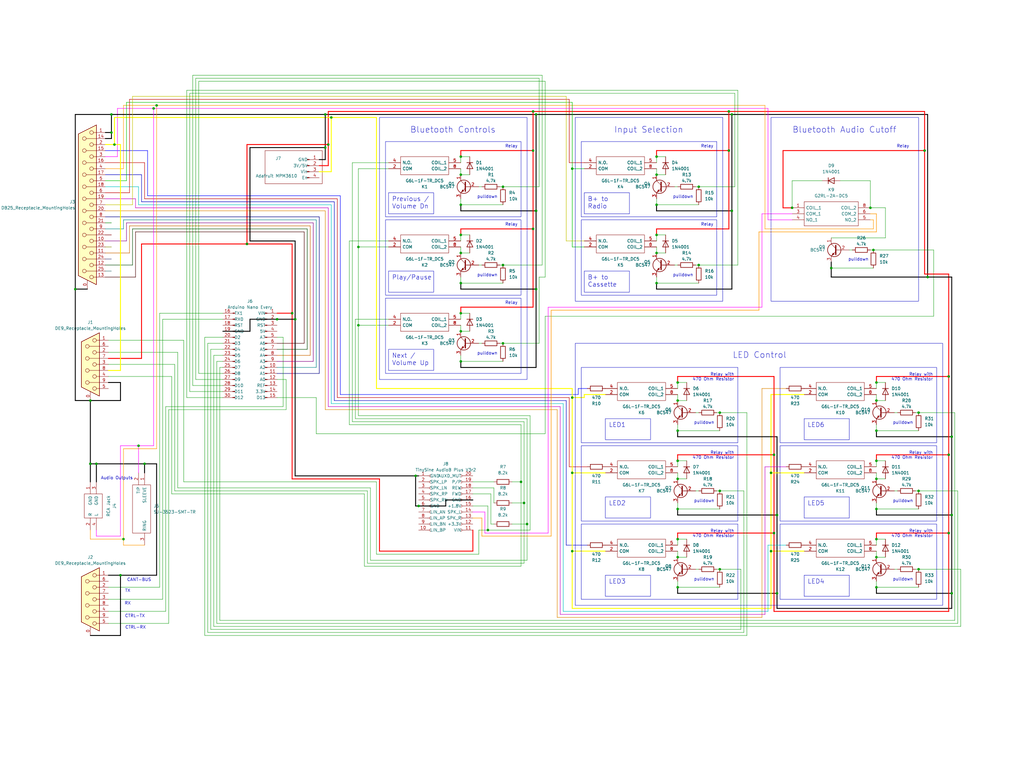
<source format=kicad_sch>
(kicad_sch (version 20231120) (generator "eeschema") (generator_version "8.0")
  (paper "User" 431.8 330.2)
  (title_block (title "Civic Radio Modernizer 3000") (date "2024-03-17") (rev "2"))
  (junction (at 276.86 119.38))
  (junction (at 194.31 152.4))
  (junction (at 60.96 195.58))
  (junction (at 104.14 102.87))
  (junction (at 241.3 167.64))
  (junction (at 276.86 99.06))
  (junction (at 369.57 234.95))
  (junction (at 123.19 132.08))
  (junction (at 224.79 96.52))
  (junction (at 194.31 86.36))
  (junction (at 307.34 63.5))
  (junction (at 124.46 134.62))
  (junction (at 46.99 55.88))
  (junction (at 137.16 62.23))
  (junction (at 58.42 187.96))
  (junction (at 350.52 113.03))
  (junction (at 226.06 121.92))
  (junction (at 401.32 217.17))
  (junction (at 276.86 66.04))
  (junction (at 285.75 201.93))
  (junction (at 276.86 106.68))
  (junction (at 308.61 88.9))
  (junction (at 285.75 168.91))
  (junction (at 369.57 247.65))
  (junction (at 226.06 88.9))
  (junction (at 325.12 199.39))
  (junction (at 40.64 195.58))
  (junction (at 308.61 48.26))
  (junction (at 389.89 63.5))
  (junction (at 327.66 250.19))
  (junction (at 368.3 105.41))
  (junction (at 219.71 203.2))
  (junction (at 224.79 46.99))
  (junction (at 285.75 161.29))
  (junction (at 194.31 132.08))
  (junction (at 205.74 223.52))
  (junction (at 303.53 240.03))
  (junction (at 307.34 46.99))
  (junction (at 64.77 45.72))
  (junction (at 137.16 48.26))
  (junction (at 369.57 181.61))
  (junction (at 391.16 116.84))
  (junction (at 303.53 207.01))
  (junction (at 212.09 144.78))
  (junction (at 222.25 220.98))
  (junction (at 400.05 158.75))
  (junction (at 401.32 250.19))
  (junction (at 151.13 104.14))
  (junction (at 294.64 111.76))
  (junction (at 400.05 191.77))
  (junction (at 194.31 99.06))
  (junction (at 303.53 173.99))
  (junction (at 194.31 73.66))
  (junction (at 294.64 78.74))
  (junction (at 66.04 44.45))
  (junction (at 194.31 139.7))
  (junction (at 38.1 168.91))
  (junction (at 326.39 224.79))
  (junction (at 387.35 173.99))
  (junction (at 367.03 87.63))
  (junction (at 50.8 242.57))
  (junction (at 325.12 232.41))
  (junction (at 224.79 63.5))
  (junction (at 194.31 106.68))
  (junction (at 326.39 191.77))
  (junction (at 241.3 232.41))
  (junction (at 48.26 60.96))
  (junction (at 387.35 240.03))
  (junction (at 401.32 184.15))
  (junction (at 285.75 234.95))
  (junction (at 194.31 66.04))
  (junction (at 369.57 194.31))
  (junction (at 226.06 48.26))
  (junction (at 285.75 181.61))
  (junction (at 151.13 137.16))
  (junction (at 241.3 71.12))
  (junction (at 212.09 78.74))
  (junction (at 220.98 212.09))
  (junction (at 387.35 207.01))
  (junction (at 276.86 73.66))
  (junction (at 285.75 227.33))
  (junction (at 175.26 200.66))
  (junction (at 369.57 214.63))
  (junction (at 46.99 48.26))
  (junction (at 212.09 111.76))
  (junction (at 285.75 247.65))
  (junction (at 285.75 214.63))
  (junction (at 116.84 134.62))
  (junction (at 327.66 217.17))
  (junction (at 334.01 87.63))
  (junction (at 276.86 86.36))
  (junction (at 31.75 121.92))
  (junction (at 139.7 49.53))
  (junction (at 194.31 119.38))
  (junction (at 52.07 227.33))
  (junction (at 138.43 60.96))
  (junction (at 241.3 199.39))
  (junction (at 369.57 161.29))
  (junction (at 369.57 227.33))
  (junction (at 176.53 213.36))
  (junction (at 285.75 194.31))
  (junction (at 400.05 224.79))
  (junction (at 369.57 168.91))
  (junction (at 38.1 195.58))
  (junction (at 369.57 201.93))
  (wire (pts (xy 285.75 199.39) (xy 285.75 201.93)))
  (wire (pts (xy 303.53 181.61) (xy 285.75 181.61)))
  (wire (pts (xy 308.61 48.26) (xy 226.06 48.26)) (stroke (width 0.381) (color 0 0 0 1)))
  (wire (pts (xy 137.16 88.9) (xy 137.16 172.72)) (stroke (width 0.2032) (color 221 133 0 1)))
  (wire (pts (xy 369.57 181.61) (xy 369.57 184.15)) (stroke (width 0.381) (color 0 0 0 1)))
  (wire (pts (xy 400.05 224.79) (xy 369.57 224.79)) (stroke (width 0.381) (color 255 0 0 1)))
  (wire (pts (xy 44.45 93.98) (xy 46.99 93.98)) (stroke (width 0.2032) (color 0 132 0 1)))
  (wire (pts (xy 358.14 105.41) (xy 359.41 105.41)))
  (wire (pts (xy 226.06 154.94) (xy 194.31 154.94)) (stroke (width 0.381) (color 0 0 0 1)))
  (wire (pts (xy 391.16 48.26) (xy 391.16 116.84)) (stroke (width 0.381) (color 0 0 0 1)))
  (wire (pts (xy 123.19 132.08) (xy 123.19 201.93)) (stroke (width 0.381) (color 255 0 0 1)))
  (wire (pts (xy 369.57 184.15) (xy 401.32 184.15)) (stroke (width 0.381) (color 0 0 0 1)))
  (wire (pts (xy 138.43 60.96) (xy 138.43 69.85)) (stroke (width 0.381) (color 255 0 0 1)))
  (wire (pts (xy 40.64 195.58) (xy 60.96 195.58)) (stroke (width 0.381) (color 0 0 0 1)))
  (wire (pts (xy 194.31 96.52) (xy 224.79 96.52)) (stroke (width 0.381) (color 255 0 0 1)))
  (wire (pts (xy 327.66 217.17) (xy 327.66 250.19)) (stroke (width 0.381) (color 0 0 0 1)))
  (wire (pts (xy 50.8 60.96) (xy 50.8 156.21)) (stroke (width 0.381) (color 255 255 0 1)))
  (wire (pts (xy 309.88 39.37) (xy 309.88 78.74)))
  (wire (pts (xy 321.31 163.83) (xy 321.31 260.35)) (stroke (width 0.2032) (color 221 133 0 1)))
  (wire (pts (xy 69.85 171.45) (xy 69.85 257.81)))
  (wire (pts (xy 44.45 96.52) (xy 52.07 96.52)) (stroke (width 0.2032) (color 0 132 132 1)))
  (wire (pts (xy 369.57 232.41) (xy 369.57 234.95)))
  (wire (pts (xy 241.3 71.12) (xy 241.3 104.14)) (stroke (width 0.2032) (color 0 194 0 1)))
  (wire (pts (xy 93.98 144.78) (xy 87.63 144.78)))
  (wire (pts (xy 219.71 238.76) (xy 153.67 238.76)))
  (wire (pts (xy 237.49 257.81) (xy 323.85 257.81)) (stroke (width 0.2032) (color 0 194 194 1)))
  (wire (pts (xy 153.67 238.76) (xy 153.67 208.28)))
  (wire (pts (xy 369.57 179.07) (xy 369.57 181.61)))
  (wire (pts (xy 149.86 134.62) (xy 163.83 134.62)))
  (wire (pts (xy 285.75 158.75) (xy 326.39 158.75)) (stroke (width 0.381) (color 255 0 0 1)))
  (wire (pts (xy 210.82 144.78) (xy 212.09 144.78)))
  (wire (pts (xy 194.31 139.7) (xy 198.12 139.7)))
  (wire (pts (xy 92.71 261.62) (xy 402.59 261.62)))
  (wire (pts (xy 52.07 44.45) (xy 66.04 44.45)) (stroke (width 0.2032) (color 255 153 0 1)))
  (wire (pts (xy 55.88 40.64) (xy 238.76 40.64)) (stroke (width 0.2032) (color 194 194 0 1)))
  (wire (pts (xy 138.43 46.99) (xy 138.43 60.96)) (stroke (width 0.381) (color 255 0 0 1)))
  (wire (pts (xy 276.86 88.9) (xy 308.61 88.9)) (stroke (width 0.381) (color 0 0 0 1)))
  (wire (pts (xy 276.86 68.58) (xy 276.86 66.04)))
  (wire (pts (xy 69.85 257.81) (xy 45.72 257.81)))
  (wire (pts (xy 123.19 201.93) (xy 160.02 201.93)) (stroke (width 0.381) (color 255 0 0 1)))
  (wire (pts (xy 119.38 171.45) (xy 119.38 142.24)))
  (wire (pts (xy 222.25 220.98) (xy 222.25 236.22)))
  (wire (pts (xy 369.57 250.19) (xy 369.57 247.65)) (stroke (width 0.381) (color 0 0 0 1)))
  (wire (pts (xy 231.14 224.79) (xy 231.14 129.54)) (stroke (width 0.2032) (color 255 0 255 1)))
  (wire (pts (xy 44.45 109.22) (xy 46.99 109.22)) (stroke (width 0) (color 0 0 72 1)))
  (wire (pts (xy 46.99 58.42) (xy 44.45 58.42)) (stroke (width 0.381) (color 0 0 0 1)))
  (wire (pts (xy 314.96 267.97) (xy 314.96 173.99)))
  (wire (pts (xy 38.1 168.91) (xy 38.1 195.58)) (stroke (width 0.381) (color 0 0 0 1)))
  (wire (pts (xy 44.45 81.28) (xy 54.61 81.28)) (stroke (width 0.2032) (color 194 0 0 1)))
  (wire (pts (xy 49.53 45.72) (xy 64.77 45.72)) (stroke (width 0.2032) (color 255 0 255 1)))
  (wire (pts (xy 187.96 213.36) (xy 187.96 210.82)) (stroke (width 0.381) (color 0 0 0 1)))
  (wire (pts (xy 57.15 97.79) (xy 128.27 97.79)) (stroke (width 0.2032) (color 72 0 0 1)))
  (wire (pts (xy 325.12 232.41) (xy 339.09 232.41)) (stroke (width 0.381) (color 255 255 0 1)))
  (wire (pts (xy 215.9 212.09) (xy 220.98 212.09)))
  (wire (pts (xy 46.99 55.88) (xy 44.45 55.88)) (stroke (width 0.381) (color 0 0 0 1)))
  (wire (pts (xy 369.57 199.39) (xy 369.57 201.93)))
  (wire (pts (xy 285.75 217.17) (xy 327.66 217.17)) (stroke (width 0.381) (color 0 0 0 1)))
  (wire (pts (xy 128.27 144.78) (xy 116.84 144.78)) (stroke (width 0.2032) (color 72 0 0 1)))
  (wire (pts (xy 60.96 83.82) (xy 142.24 83.82)) (stroke (width 0.2032) (color 194 0 0 1)))
  (wire (pts (xy 234.95 260.35) (xy 321.31 260.35)) (stroke (width 0.2032) (color 221 133 0 1)))
  (wire (pts (xy 116.84 160.02) (xy 120.65 160.02)))
  (wire (pts (xy 124.46 134.62) (xy 116.84 134.62)) (stroke (width 0.381) (color 0 0 0 1)))
  (wire (pts (xy 205.74 213.36) (xy 205.74 223.52)))
  (wire (pts (xy 105.41 101.6) (xy 124.46 101.6)) (stroke (width 0.381) (color 0 0 0 1)))
  (wire (pts (xy 199.39 213.36) (xy 205.74 213.36)))
  (wire (pts (xy 44.45 78.74) (xy 58.42 78.74)) (stroke (width 0.2032) (color 0 194 194 1)))
  (wire (pts (xy 52.07 189.23) (xy 52.07 227.33)) (stroke (width 0.2032) (color 255 153 0 1)))
  (wire (pts (xy 284.48 78.74) (xy 285.75 78.74)))
  (wire (pts (xy 134.62 91.44) (xy 134.62 157.48)) (stroke (width 0.2032) (color 0 0 132 1)))
  (wire (pts (xy 302.26 240.03) (xy 303.53 240.03)))
  (wire (pts (xy 326.39 224.79) (xy 285.75 224.79)) (stroke (width 0.381) (color 255 0 0 1)))
  (wire (pts (xy 276.86 73.66) (xy 280.67 73.66)))
  (wire (pts (xy 276.86 66.04) (xy 280.67 66.04)))
  (wire (pts (xy 55.88 86.36) (xy 55.88 40.64)) (stroke (width 0.2032) (color 194 194 0 1)))
  (wire (pts (xy 64.77 45.72) (xy 64.77 187.96)) (stroke (width 0.2032) (color 255 0 255 1)))
  (wire (pts (xy 330.2 63.5) (xy 330.2 87.63)) (stroke (width 0.381) (color 255 0 0 1)))
  (wire (pts (xy 327.66 250.19) (xy 285.75 250.19)) (stroke (width 0.381) (color 0 0 0 1)))
  (wire (pts (xy 194.31 137.16) (xy 194.31 139.7)))
  (wire (pts (xy 389.89 115.57) (xy 389.89 63.5)) (stroke (width 0.381) (color 255 0 0 1)))
  (wire (pts (xy 52.07 92.71) (xy 133.35 92.71)) (stroke (width 0.2032) (color 0 132 132 1)))
  (wire (pts (xy 323.85 229.87) (xy 331.47 229.87)) (stroke (width 0.2032) (color 0 194 194 1)))
  (wire (pts (xy 93.98 142.24) (xy 86.36 142.24)))
  (wire (pts (xy 276.86 96.52) (xy 307.34 96.52)) (stroke (width 0.381) (color 255 0 0 1)))
  (wire (pts (xy 105.41 139.7) (xy 93.98 139.7)) (stroke (width 0.381) (color 0 0 0 1)))
  (wire (pts (xy 93.98 132.08) (xy 67.31 132.08)))
  (wire (pts (xy 194.31 154.94) (xy 194.31 152.4)) (stroke (width 0.381) (color 0 0 0 1)))
  (wire (pts (xy 156.21 205.74) (xy 74.93 205.74)))
  (wire (pts (xy 130.81 95.25) (xy 130.81 149.86)) (stroke (width 0.2032) (color 204 102 0 1)))
  (wire (pts (xy 369.57 161.29) (xy 369.57 163.83)))
  (wire (pts (xy 325.12 199.39) (xy 325.12 232.41)) (stroke (width 0.381) (color 255 255 0 1)))
  (wire (pts (xy 350.52 116.84) (xy 391.16 116.84)) (stroke (width 0.381) (color 0 0 0 1)))
  (wire (pts (xy 116.84 167.64) (xy 133.35 167.64)))
  (wire (pts (xy 369.57 234.95) (xy 373.38 234.95)))
  (wire (pts (xy 368.3 92.71) (xy 367.03 92.71)) (stroke (width 0.2032) (color 255 153 0 1)))
  (wire (pts (xy 325.12 199.39) (xy 339.09 199.39)) (stroke (width 0.381) (color 255 255 0 1)))
  (wire (pts (xy 241.3 232.41) (xy 241.3 256.54)) (stroke (width 0.381) (color 255 255 0 1)))
  (wire (pts (xy 50.8 226.06) (xy 40.64 226.06)) (stroke (width 0.2032) (color 255 0 255 1)))
  (wire (pts (xy 71.12 262.89) (xy 45.72 262.89)))
  (wire (pts (xy 50.8 156.21) (xy 45.72 156.21)) (stroke (width 0.381) (color 255 255 0 1)))
  (wire (pts (xy 321.31 129.54) (xy 321.31 90.17)) (stroke (width 0.2032) (color 255 0 255 1)))
  (wire (pts (xy 201.93 78.74) (xy 203.2 78.74)))
  (wire (pts (xy 44.45 88.9) (xy 137.16 88.9)) (stroke (width 0.2032) (color 221 133 0 1)))
  (wire (pts (xy 88.9 265.43) (xy 312.42 265.43)))
  (wire (pts (xy 326.39 257.81) (xy 400.05 257.81)) (stroke (width 0.381) (color 255 0 0 1)))
  (wire (pts (xy 334.01 76.2) (xy 346.71 76.2)))
  (wire (pts (xy 57.15 83.82) (xy 57.15 87.63)) (stroke (width 0.2032) (color 194 0 194 1)))
  (wire (pts (xy 284.48 111.76) (xy 285.75 111.76)))
  (wire (pts (xy 40.64 226.06) (xy 40.64 223.52)) (stroke (width 0.2032) (color 255 0 255 1)))
  (wire (pts (xy 83.82 34.29) (xy 229.87 34.29)))
  (wire (pts (xy 369.57 90.17) (xy 367.03 90.17)) (stroke (width 0.2286) (color 255 153 0 1)))
  (wire (pts (xy 389.89 46.99) (xy 307.34 46.99)) (stroke (width 0.381) (color 255 0 0 1)))
  (wire (pts (xy 104.14 102.87) (xy 59.69 102.87)) (stroke (width 0.381) (color 255 0 0 1)))
  (wire (pts (xy 194.31 68.58) (xy 194.31 66.04)))
  (wire (pts (xy 369.57 212.09) (xy 369.57 214.63)))
  (wire (pts (xy 226.06 121.92) (xy 226.06 154.94)) (stroke (width 0.381) (color 0 0 0 1)))
  (wire (pts (xy 223.52 175.26) (xy 151.13 175.26)))
  (wire (pts (xy 389.89 63.5) (xy 330.2 63.5)) (stroke (width 0.381) (color 255 0 0 1)))
  (wire (pts (xy 66.04 44.45) (xy 66.04 189.23)) (stroke (width 0.2032) (color 255 153 0 1)))
  (wire (pts (xy 38.1 195.58) (xy 40.64 195.58)) (stroke (width 0.381) (color 0 0 0 1)))
  (wire (pts (xy 207.01 208.28) (xy 207.01 220.98)))
  (wire (pts (xy 194.31 101.6) (xy 194.31 99.06)))
  (wire (pts (xy 285.75 184.15) (xy 327.66 184.15)) (stroke (width 0.381) (color 0 0 0 1)))
  (wire (pts (xy 54.61 106.68) (xy 54.61 95.25)) (stroke (width 0.2032) (color 204 102 0 1)))
  (wire (pts (xy 58.42 187.96) (xy 50.8 187.96)) (stroke (width 0.2032) (color 255 0 255 1)))
  (wire (pts (xy 303.53 247.65) (xy 285.75 247.65)))
  (wire (pts (xy 142.24 83.82) (xy 142.24 167.64)) (stroke (width 0.2032) (color 194 0 0 1)))
  (wire (pts (xy 276.86 104.14) (xy 276.86 106.68)))
  (wire (pts (xy 139.7 72.39) (xy 134.62 72.39)) (stroke (width 0.381) (color 255 255 0 1)))
  (wire (pts (xy 64.77 45.72) (xy 323.85 45.72)) (stroke (width 0.2032) (color 255 0 255 1)))
  (wire (pts (xy 325.12 166.37) (xy 339.09 166.37)) (stroke (width 0.381) (color 255 255 0 1)))
  (wire (pts (xy 320.04 97.79) (xy 369.57 97.79)) (stroke (width 0.2286) (color 255 153 0 1)))
  (wire (pts (xy 38.1 168.91) (xy 50.8 168.91)) (stroke (width 0.381) (color 0 0 0 1)))
  (wire (pts (xy 350.52 113.03) (xy 368.3 113.03)))
  (wire (pts (xy 294.64 86.36) (xy 276.86 86.36)))
  (wire (pts (xy 400.05 158.75) (xy 400.05 115.57)) (stroke (width 0.381) (color 255 0 0 1)))
  (wire (pts (xy 44.45 111.76) (xy 55.88 111.76)) (stroke (width 0.2032) (color 0 72 0 1)))
  (wire (pts (xy 226.06 121.92) (xy 226.06 88.9)) (stroke (width 0.381) (color 0 0 0 1)))
  (wire (pts (xy 72.39 208.28) (xy 72.39 158.75)))
  (wire (pts (xy 82.55 160.02) (xy 82.55 33.02)))
  (wire (pts (xy 369.57 227.33) (xy 369.57 229.87)))
  (wire (pts (xy 80.01 165.1) (xy 80.01 39.37)))
  (wire (pts (xy 369.57 158.75) (xy 369.57 161.29)) (stroke (width 0.381) (color 255 0 0 1)))
  (wire (pts (xy 80.01 39.37) (xy 309.88 39.37)))
  (wire (pts (xy 285.75 161.29) (xy 285.75 163.83)))
  (wire (pts (xy 133.35 167.64) (xy 133.35 182.88)))
  (wire (pts (xy 285.75 227.33) (xy 285.75 229.87)))
  (wire (pts (xy 285.75 224.79) (xy 285.75 227.33)) (stroke (width 0.381) (color 255 0 0 1)))
  (wire (pts (xy 234.95 172.72) (xy 234.95 260.35)) (stroke (width 0.2032) (color 221 133 0 1)))
  (wire (pts (xy 50.8 161.29) (xy 45.72 161.29)) (stroke (width 0.381) (color 0 0 0 1)))
  (wire (pts (xy 73.66 153.67) (xy 45.72 153.67)))
  (wire (pts (xy 227.33 78.74) (xy 212.09 78.74)))
  (wire (pts (xy 227.33 33.02) (xy 227.33 78.74)))
  (wire (pts (xy 285.75 250.19) (xy 285.75 247.65)) (stroke (width 0.381) (color 0 0 0 1)))
  (wire (pts (xy 49.53 66.04) (xy 49.53 45.72)) (stroke (width 0.2032) (color 255 0 255 1)))
  (wire (pts (xy 226.06 48.26) (xy 137.16 48.26)) (stroke (width 0.381) (color 0 0 0 1)))
  (wire (pts (xy 377.19 173.99) (xy 378.46 173.99)))
  (wire (pts (xy 285.75 191.77) (xy 285.75 194.31)) (stroke (width 0.381) (color 255 0 0 1)))
  (wire (pts (xy 199.39 232.41) (xy 199.39 223.52)) (stroke (width 0.381) (color 255 0 0 1)))
  (wire (pts (xy 207.01 220.98) (xy 208.28 220.98)))
  (wire (pts (xy 93.98 157.48) (xy 83.82 157.48)))
  (wire (pts (xy 151.13 137.16) (xy 151.13 175.26)))
  (wire (pts (xy 176.53 213.36) (xy 187.96 213.36)) (stroke (width 0.381) (color 0 0 0 1)))
  (wire (pts (xy 393.7 133.35) (xy 393.7 105.41)))
  (wire (pts (xy 334.01 87.63) (xy 334.01 76.2)))
  (wire (pts (xy 48.26 60.96) (xy 50.8 60.96)) (stroke (width 0.381) (color 255 255 0 1)))
  (wire (pts (xy 105.41 62.23) (xy 105.41 101.6)) (stroke (width 0.381) (color 0 0 0 1)))
  (wire (pts (xy 194.31 129.54) (xy 194.31 132.08)) (stroke (width 0.381) (color 255 0 0 1)))
  (wire (pts (xy 44.45 86.36) (xy 55.88 86.36)) (stroke (width 0.2032) (color 194 194 0 1)))
  (wire (pts (xy 62.23 63.5) (xy 62.23 82.55)) (stroke (width 0.2032) (color 0 0 255 1)))
  (wire (pts (xy 224.79 96.52) (xy 224.79 129.54)) (stroke (width 0.381) (color 255 0 0 1)))
  (wire (pts (xy 369.57 166.37) (xy 369.57 168.91)))
  (wire (pts (xy 285.75 201.93) (xy 289.56 201.93)))
  (wire (pts (xy 91.44 262.89) (xy 403.86 262.89)))
  (wire (pts (xy 402.59 261.62) (xy 402.59 173.99)))
  (wire (pts (xy 403.86 207.01) (xy 387.35 207.01)))
  (wire (pts (xy 276.86 121.92) (xy 308.61 121.92)) (stroke (width 0.381) (color 0 0 0 1)))
  (wire (pts (xy 243.84 163.83) (xy 247.65 163.83)) (stroke (width 0.2032) (color 0 0 255 1)))
  (wire (pts (xy 120.65 172.72) (xy 71.12 172.72)))
  (wire (pts (xy 285.75 232.41) (xy 285.75 234.95)))
  (wire (pts (xy 142.24 167.64) (xy 240.03 167.64)) (stroke (width 0.2032) (color 194 0 0 1)))
  (wire (pts (xy 311.15 111.76) (xy 294.64 111.76)))
  (wire (pts (xy 325.12 232.41) (xy 325.12 256.54)) (stroke (width 0.381) (color 255 255 0 1)))
  (wire (pts (xy 367.03 76.2) (xy 354.33 76.2)))
  (wire (pts (xy 93.98 167.64) (xy 78.74 167.64)))
  (wire (pts (xy 54.61 41.91) (xy 240.03 41.91)) (stroke (width 0.2032) (color 194 0 0 1)))
  (wire (pts (xy 138.43 87.63) (xy 138.43 171.45)) (stroke (width 0.2032) (color 194 0 194 1)))
  (wire (pts (xy 303.53 214.63) (xy 285.75 214.63)))
  (wire (pts (xy 40.64 195.58) (xy 40.64 203.2)) (stroke (width 0.381) (color 0 0 0 1)))
  (wire (pts (xy 325.12 166.37) (xy 325.12 199.39)) (stroke (width 0.381) (color 255 255 0 1)))
  (wire (pts (xy 44.45 101.6) (xy 53.34 101.6)) (stroke (width 0.2032) (color 132 0 132 1)))
  (wire (pts (xy 38.1 195.58) (xy 38.1 203.2)) (stroke (width 0.381) (color 0 0 0 1)))
  (wire (pts (xy 199.39 205.74) (xy 208.28 205.74)))
  (wire (pts (xy 369.57 194.31) (xy 373.38 194.31)))
  (wire (pts (xy 92.71 154.94) (xy 93.98 154.94)))
  (wire (pts (xy 88.9 147.32) (xy 88.9 265.43)))
  (wire (pts (xy 52.07 227.33) (xy 38.1 227.33)) (stroke (width 0.2032) (color 255 153 0 1)))
  (wire (pts (xy 307.34 46.99) (xy 224.79 46.99)) (stroke (width 0.381) (color 255 0 0 1)))
  (wire (pts (xy 194.31 86.36) (xy 194.31 88.9)) (stroke (width 0.381) (color 0 0 0 1)))
  (wire (pts (xy 285.75 245.11) (xy 285.75 247.65)))
  (wire (pts (xy 120.65 160.02) (xy 120.65 172.72)))
  (wire (pts (xy 50.8 242.57) (xy 50.8 267.97)) (stroke (width 0.381) (color 0 0 0 1)))
  (wire (pts (xy 138.43 60.96) (xy 104.14 60.96)) (stroke (width 0.381) (color 255 0 0 1)))
  (wire (pts (xy 67.31 247.65) (xy 45.72 247.65)))
  (wire (pts (xy 78.74 167.64) (xy 78.74 38.1)))
  (wire (pts (xy 215.9 220.98) (xy 222.25 220.98)))
  (wire (pts (xy 402.59 173.99) (xy 387.35 173.99)))
  (wire (pts (xy 238.76 168.91) (xy 238.76 229.87)) (stroke (width 0.2032) (color 0 0 194 1)))
  (wire (pts (xy 241.3 232.41) (xy 255.27 232.41)) (stroke (width 0.381) (color 255 255 0 1)))
  (wire (pts (xy 373.38 87.63) (xy 367.03 87.63)))
  (wire (pts (xy 237.49 170.18) (xy 237.49 257.81)) (stroke (width 0.2032) (color 0 194 194 1)))
  (wire (pts (xy 137.16 48.26) (xy 46.99 48.26)) (stroke (width 0.381) (color 0 0 0 1)))
  (wire (pts (xy 153.67 208.28) (xy 72.39 208.28)))
  (wire (pts (xy 54.61 95.25) (xy 130.81 95.25)) (stroke (width 0.2032) (color 204 102 0 1)))
  (wire (pts (xy 160.02 201.93) (xy 160.02 232.41)) (stroke (width 0.381) (color 255 0 0 1)))
  (wire (pts (xy 276.86 71.12) (xy 276.86 73.66)))
  (wire (pts (xy 139.7 49.53) (xy 158.75 49.53)) (stroke (width 0.381) (color 255 255 0 1)))
  (wire (pts (xy 232.41 226.06) (xy 232.41 130.81)) (stroke (width 0.2286) (color 255 153 0 1)))
  (wire (pts (xy 138.43 69.85) (xy 134.62 69.85)) (stroke (width 0.381) (color 255 0 0 1)))
  (wire (pts (xy 285.75 179.07) (xy 285.75 181.61)))
  (wire (pts (xy 241.3 43.18) (xy 241.3 71.12)) (stroke (width 0.2032) (color 0 194 0 1)))
  (wire (pts (xy 194.31 106.68) (xy 198.12 106.68)))
  (wire (pts (xy 327.66 256.54) (xy 401.32 256.54)) (stroke (width 0.381) (color 0 0 0 1)))
  (wire (pts (xy 44.45 99.06) (xy 46.99 99.06)) (stroke (width 0.2032) (color 132 0 0 1)))
  (wire (pts (xy 151.13 104.14) (xy 163.83 104.14)))
  (wire (pts (xy 377.19 240.03) (xy 378.46 240.03)))
  (wire (pts (xy 308.61 121.92) (xy 308.61 88.9)) (stroke (width 0.381) (color 0 0 0 1)))
  (wire (pts (xy 322.58 44.45) (xy 322.58 96.52)) (stroke (width 0.2032) (color 255 153 0 1)))
  (wire (pts (xy 391.16 116.84) (xy 401.32 116.84)) (stroke (width 0.381) (color 0 0 0 1)))
  (wire (pts (xy 53.34 43.18) (xy 241.3 43.18)) (stroke (width 0.2032) (color 0 194 0 1)))
  (wire (pts (xy 228.6 111.76) (xy 212.09 111.76)))
  (wire (pts (xy 326.39 224.79) (xy 326.39 257.81)) (stroke (width 0.381) (color 255 0 0 1)))
  (wire (pts (xy 302.26 173.99) (xy 303.53 173.99)))
  (wire (pts (xy 229.87 182.88) (xy 229.87 133.35)))
  (wire (pts (xy 369.57 191.77) (xy 369.57 194.31)) (stroke (width 0.381) (color 255 0 0 1)))
  (wire (pts (xy 224.79 129.54) (xy 194.31 129.54)) (stroke (width 0.381) (color 255 0 0 1)))
  (wire (pts (xy 293.37 78.74) (xy 294.64 78.74)))
  (wire (pts (xy 151.13 71.12) (xy 151.13 104.14)))
  (wire (pts (xy 350.52 113.03) (xy 350.52 110.49)) (stroke (width 0.381) (color 0 0 0 1)))
  (wire (pts (xy 90.17 149.86) (xy 90.17 264.16)))
  (wire (pts (xy 326.39 191.77) (xy 326.39 224.79)) (stroke (width 0.381) (color 255 0 0 1)))
  (wire (pts (xy 285.75 227.33) (xy 289.56 227.33)))
  (wire (pts (xy 199.39 203.2) (xy 208.28 203.2)))
  (wire (pts (xy 194.31 71.12) (xy 194.31 73.66)))
  (wire (pts (xy 59.69 73.66) (xy 59.69 85.09)) (stroke (width 0.2032) (color 0 0 194 1)))
  (wire (pts (xy 91.44 152.4) (xy 91.44 262.89)))
  (wire (pts (xy 156.21 236.22) (xy 222.25 236.22)))
  (wire (pts (xy 52.07 227.33) (xy 52.07 229.87)) (stroke (width 0.2032) (color 255 153 0 1)))
  (wire (pts (xy 194.31 99.06) (xy 198.12 99.06)))
  (wire (pts (xy 224.79 96.52) (xy 224.79 63.5)) (stroke (width 0.381) (color 255 0 0 1)))
  (wire (pts (xy 62.23 82.55) (xy 143.51 82.55)) (stroke (width 0.2032) (color 0 0 255 1)))
  (wire (pts (xy 50.8 168.91) (xy 50.8 161.29)) (stroke (width 0.381) (color 0 0 0 1)))
  (wire (pts (xy 52.07 96.52) (xy 52.07 92.71)) (stroke (width 0.2032) (color 0 132 132 1)))
  (wire (pts (xy 194.31 134.62) (xy 194.31 132.08)))
  (wire (pts (xy 391.16 48.26) (xy 308.61 48.26)) (stroke (width 0.381) (color 0 0 0 1)))
  (wire (pts (xy 276.86 99.06) (xy 276.86 96.52)) (stroke (width 0.381) (color 255 0 0 1)))
  (wire (pts (xy 240.03 167.64) (xy 240.03 196.85)) (stroke (width 0.2032) (color 194 0 0 1)))
  (wire (pts (xy 276.86 86.36) (xy 276.86 88.9)) (stroke (width 0.381) (color 0 0 0 1)))
  (wire (pts (xy 276.86 63.5) (xy 307.34 63.5)) (stroke (width 0.381) (color 255 0 0 1)))
  (wire (pts (xy 175.26 200.66) (xy 176.53 200.66)) (stroke (width 0.381) (color 0 0 0 1)))
  (wire (pts (xy 105.41 134.62) (xy 105.41 139.7)) (stroke (width 0.381) (color 0 0 0 1)))
  (wire (pts (xy 369.57 97.79) (xy 369.57 90.17)) (stroke (width 0.2286) (color 255 153 0 1)))
  (wire (pts (xy 212.09 152.4) (xy 194.31 152.4)))
  (wire (pts (xy 73.66 207.01) (xy 73.66 153.67)))
  (wire (pts (xy 236.22 171.45) (xy 236.22 259.08)) (stroke (width 0.2032) (color 194 0 194 1)))
  (wire (pts (xy 238.76 40.64) (xy 238.76 101.6)) (stroke (width 0.2032) (color 194 194 0 1)))
  (wire (pts (xy 240.03 68.58) (xy 246.38 68.58)) (stroke (width 0.2032) (color 194 0 0 1)))
  (wire (pts (xy 119.38 171.45) (xy 69.85 171.45)))
  (wire (pts (xy 369.57 194.31) (xy 369.57 196.85)))
  (wire (pts (xy 205.74 223.52) (xy 201.93 223.52)))
  (wire (pts (xy 367.03 87.63) (xy 367.03 76.2)))
  (wire (pts (xy 74.93 148.59) (xy 45.72 148.59)))
  (wire (pts (xy 276.86 119.38) (xy 276.86 121.92)) (stroke (width 0.381) (color 0 0 0 1)))
  (wire (pts (xy 175.26 213.36) (xy 176.53 213.36)) (stroke (width 0.381) (color 0 0 0 1)))
  (wire (pts (xy 229.87 133.35) (xy 393.7 133.35)))
  (wire (pts (xy 140.97 168.91) (xy 238.76 168.91)) (stroke (width 0.2032) (color 0 0 194 1)))
  (wire (pts (xy 93.98 162.56) (xy 81.28 162.56)))
  (wire (pts (xy 369.57 191.77) (xy 400.05 191.77)) (stroke (width 0.381) (color 255 0 0 1)))
  (wire (pts (xy 246.38 166.37) (xy 255.27 166.37)) (stroke (width 0.381) (color 255 255 0 1)))
  (wire (pts (xy 219.71 203.2) (xy 219.71 238.76)))
  (wire (pts (xy 285.75 181.61) (xy 285.75 184.15)) (stroke (width 0.381) (color 0 0 0 1)))
  (wire (pts (xy 238.76 229.87) (xy 247.65 229.87)) (stroke (width 0.2032) (color 0 0 194 1)))
  (wire (pts (xy 368.3 96.52) (xy 368.3 92.71)) (stroke (width 0.2032) (color 255 153 0 1)))
  (wire (pts (xy 31.75 168.91) (xy 38.1 168.91)) (stroke (width 0.381) (color 0 0 0 1)))
  (wire (pts (xy 133.35 154.94) (xy 116.84 154.94)) (stroke (width 0.2032) (color 0 132 132 1)))
  (wire (pts (xy 322.58 96.52) (xy 368.3 96.52)) (stroke (width 0.2032) (color 255 153 0 1)))
  (wire (pts (xy 322.58 196.85) (xy 331.47 196.85)) (stroke (width 0.2032) (color 194 0 194 1)))
  (wire (pts (xy 377.19 207.01) (xy 378.46 207.01)))
  (wire (pts (xy 387.35 214.63) (xy 369.57 214.63)))
  (wire (pts (xy 44.45 73.66) (xy 59.69 73.66)) (stroke (width 0.2032) (color 0 0 194 1)))
  (wire (pts (xy 322.58 196.85) (xy 322.58 259.08)) (stroke (width 0.2032) (color 194 0 194 1)))
  (wire (pts (xy 132.08 152.4) (xy 116.84 152.4)) (stroke (width 0.2032) (color 132 0 132 1)))
  (wire (pts (xy 46.99 48.26) (xy 46.99 55.88)) (stroke (width 0.381) (color 0 0 0 1)))
  (wire (pts (xy 199.39 218.44) (xy 203.2 218.44)) (stroke (width 0.2286) (color 255 153 0 1)))
  (wire (pts (xy 44.45 116.84) (xy 57.15 116.84)) (stroke (width 0.2032) (color 72 0 0 1)))
  (wire (pts (xy 143.51 82.55) (xy 143.51 166.37)) (stroke (width 0.2032) (color 0 0 255 1)))
  (wire (pts (xy 123.19 132.08) (xy 116.84 132.08)) (stroke (width 0.381) (color 255 0 0 1)))
  (wire (pts (xy 59.69 102.87) (xy 59.69 151.13)) (stroke (width 0.381) (color 255 0 0 1)))
  (wire (pts (xy 203.2 218.44) (xy 203.2 226.06)) (stroke (width 0.2286) (color 255 153 0 1)))
  (wire (pts (xy 53.34 101.6) (xy 53.34 93.98)) (stroke (width 0.2032) (color 132 0 132 1)))
  (wire (pts (xy 194.31 63.5) (xy 224.79 63.5)) (stroke (width 0.381) (color 255 0 0 1)))
  (wire (pts (xy 158.75 163.83) (xy 241.3 163.83)) (stroke (width 0.381) (color 255 255 0 1)))
  (wire (pts (xy 201.93 144.78) (xy 203.2 144.78)))
  (wire (pts (xy 276.86 66.04) (xy 276.86 63.5)) (stroke (width 0.381) (color 255 0 0 1)))
  (wire (pts (xy 222.25 176.53) (xy 149.86 176.53)))
  (wire (pts (xy 31.75 121.92) (xy 31.75 168.91)) (stroke (width 0.381) (color 0 0 0 1)))
  (wire (pts (xy 194.31 121.92) (xy 226.06 121.92)) (stroke (width 0.381) (color 0 0 0 1)))
  (wire (pts (xy 307.34 96.52) (xy 307.34 63.5)) (stroke (width 0.381) (color 255 0 0 1)))
  (wire (pts (xy 119.38 142.24) (xy 116.84 142.24)))
  (wire (pts (xy 241.3 104.14) (xy 246.38 104.14)) (stroke (width 0.2032) (color 0 194 0 1)))
  (wire (pts (xy 50.8 242.57) (xy 66.04 242.57)) (stroke (width 0.381) (color 0 0 0 1)))
  (wire (pts (xy 104.14 102.87) (xy 123.19 102.87)) (stroke (width 0.381) (color 255 0 0 1)))
  (wire (pts (xy 81.28 162.56) (xy 81.28 31.75)))
  (wire (pts (xy 201.93 223.52) (xy 201.93 233.68)))
  (wire (pts (xy 132.08 93.98) (xy 132.08 152.4)) (stroke (width 0.2032) (color 132 0 132 1)))
  (wire (pts (xy 71.12 172.72) (xy 71.12 262.89)))
  (wire (pts (xy 45.72 242.57) (xy 50.8 242.57)) (stroke (width 0.381) (color 0 0 0 1)))
  (wire (pts (xy 137.16 62.23) (xy 105.41 62.23)) (stroke (width 0.381) (color 0 0 0 1)))
  (wire (pts (xy 194.31 119.38) (xy 194.31 121.92)) (stroke (width 0.381) (color 0 0 0 1)))
  (wire (pts (xy 58.42 187.96) (xy 58.42 199.39)) (stroke (width 0.2032) (color 255 0 255 1)))
  (wire (pts (xy 241.3 256.54) (xy 325.12 256.54)) (stroke (width 0.381) (color 255 255 0 1)))
  (wire (pts (xy 129.54 147.32) (xy 116.84 147.32)) (stroke (width 0.2032) (color 0 72 0 1)))
  (wire (pts (xy 77.47 143.51) (xy 45.72 143.51)))
  (wire (pts (xy 203.2 226.06) (xy 232.41 226.06)) (stroke (width 0.2286) (color 255 153 0 1)))
  (wire (pts (xy 129.54 96.52) (xy 129.54 147.32)) (stroke (width 0.2032) (color 0 72 0 1)))
  (wire (pts (xy 187.96 210.82) (xy 199.39 210.82)) (stroke (width 0.381) (color 0 0 0 1)))
  (wire (pts (xy 241.3 163.83) (xy 241.3 167.64)) (stroke (width 0.381) (color 255 255 0 1)))
  (wire (pts (xy 327.66 217.17) (xy 327.66 184.15)) (stroke (width 0.381) (color 0 0 0 1)))
  (wire (pts (xy 68.58 252.73) (xy 45.72 252.73)))
  (wire (pts (xy 241.3 167.64) (xy 241.3 199.39)) (stroke (width 0.381) (color 255 255 0 1)))
  (wire (pts (xy 87.63 266.7) (xy 313.69 266.7)))
  (wire (pts (xy 201.93 233.68) (xy 158.75 233.68)))
  (wire (pts (xy 52.07 229.87) (xy 60.96 229.87)) (stroke (width 0.2032) (color 255 153 0 1)))
  (wire (pts (xy 276.86 116.84) (xy 276.86 119.38)))
  (wire (pts (xy 314.96 173.99) (xy 303.53 173.99)))
  (wire (pts (xy 133.35 182.88) (xy 229.87 182.88)))
  (wire (pts (xy 220.98 212.09) (xy 220.98 177.8)))
  (wire (pts (xy 74.93 205.74) (xy 74.93 148.59)))
  (wire (pts (xy 194.31 88.9) (xy 226.06 88.9)) (stroke (width 0.381) (color 0 0 0 1)))
  (wire (pts (xy 58.42 86.36) (xy 139.7 86.36)) (stroke (width 0.2032) (color 0 194 194 1)))
  (wire (pts (xy 194.31 149.86) (xy 194.31 152.4)))
  (wire (pts (xy 44.45 63.5) (xy 62.23 63.5)) (stroke (width 0.2032) (color 0 0 255 1)))
  (wire (pts (xy 405.13 264.16) (xy 405.13 240.03)))
  (wire (pts (xy 66.04 44.45) (xy 322.58 44.45)) (stroke (width 0.2032) (color 255 153 0 1)))
  (wire (pts (xy 293.37 111.76) (xy 294.64 111.76)))
  (wire (pts (xy 66.04 195.58) (xy 66.04 242.57)) (stroke (width 0.381) (color 0 0 0 1)))
  (wire (pts (xy 219.71 179.07) (xy 147.32 179.07)))
  (wire (pts (xy 48.26 60.96) (xy 48.26 49.53)) (stroke (width 0.381) (color 255 255 0 1)))
  (wire (pts (xy 220.98 212.09) (xy 220.98 237.49)))
  (wire (pts (xy 53.34 93.98) (xy 132.08 93.98)) (stroke (width 0.2032) (color 132 0 132 1)))
  (wire (pts (xy 276.86 83.82) (xy 276.86 86.36)))
  (wire (pts (xy 53.34 76.2) (xy 53.34 43.18)) (stroke (width 0.2032) (color 0 194 0 1)))
  (wire (pts (xy 124.46 134.62) (xy 124.46 200.66)) (stroke (width 0.381) (color 0 0 0 1)))
  (wire (pts (xy 93.98 152.4) (xy 91.44 152.4)))
  (wire (pts (xy 55.88 111.76) (xy 55.88 96.52)) (stroke (width 0.2032) (color 0 72 0 1)))
  (wire (pts (xy 369.57 161.29) (xy 373.38 161.29)))
  (wire (pts (xy 93.98 149.86) (xy 90.17 149.86)))
  (wire (pts (xy 236.22 259.08) (xy 322.58 259.08)) (stroke (width 0.2032) (color 194 0 194 1)))
  (wire (pts (xy 369.57 214.63) (xy 369.57 217.17)) (stroke (width 0.381) (color 0 0 0 1)))
  (wire (pts (xy 44.45 83.82) (xy 57.15 83.82)) (stroke (width 0.2032) (color 194 0 194 1)))
  (wire (pts (xy 224.79 46.99) (xy 138.43 46.99)) (stroke (width 0.381) (color 255 0 0 1)))
  (wire (pts (xy 307.34 63.5) (xy 307.34 46.99)) (stroke (width 0.381) (color 255 0 0 1)))
  (wire (pts (xy 90.17 264.16) (xy 405.13 264.16)))
  (wire (pts (xy 59.69 151.13) (xy 45.72 151.13)) (stroke (width 0.381) (color 255 0 0 1)))
  (wire (pts (xy 293.37 240.03) (xy 294.64 240.03)))
  (wire (pts (xy 50.8 187.96) (xy 50.8 226.06)) (stroke (width 0.2032) (color 255 0 255 1)))
  (wire (pts (xy 369.57 168.91) (xy 373.38 168.91)))
  (wire (pts (xy 194.31 66.04) (xy 198.12 66.04)))
  (wire (pts (xy 44.45 114.3) (xy 46.99 114.3)) (stroke (width 0) (color 0 72 72 1)))
  (wire (pts (xy 309.88 78.74) (xy 294.64 78.74)))
  (wire (pts (xy 44.45 60.96) (xy 48.26 60.96)) (stroke (width 0.381) (color 255 255 0 1)))
  (wire (pts (xy 156.21 236.22) (xy 156.21 205.74)))
  (wire (pts (xy 241.3 199.39) (xy 241.3 232.41)) (stroke (width 0.381) (color 255 255 0 1)))
  (wire (pts (xy 68.58 134.62) (xy 68.58 252.73)))
  (wire (pts (xy 194.31 83.82) (xy 194.31 86.36)))
  (wire (pts (xy 313.69 207.01) (xy 303.53 207.01)))
  (wire (pts (xy 31.75 48.26) (xy 31.75 121.92)) (stroke (width 0.381) (color 0 0 0 1)))
  (wire (pts (xy 212.09 119.38) (xy 194.31 119.38)))
  (wire (pts (xy 31.75 121.92) (xy 36.83 121.92)) (stroke (width 0.381) (color 0 0 0 1)))
  (wire (pts (xy 330.2 87.63) (xy 334.01 87.63)) (stroke (width 0.381) (color 255 0 0 1)))
  (wire (pts (xy 160.02 232.41) (xy 199.39 232.41)) (stroke (width 0.381) (color 255 0 0 1)))
  (wire (pts (xy 323.85 45.72) (xy 323.85 92.71)) (stroke (width 0.2032) (color 255 0 255 1)))
  (wire (pts (xy 403.86 262.89) (xy 403.86 207.01)))
  (wire (pts (xy 151.13 71.12) (xy 163.83 71.12)))
  (wire (pts (xy 148.59 68.58) (xy 163.83 68.58)))
  (wire (pts (xy 78.74 38.1) (xy 311.15 38.1)))
  (wire (pts (xy 154.94 207.01) (xy 73.66 207.01)))
  (wire (pts (xy 199.39 215.9) (xy 204.47 215.9)) (stroke (width 0.2032) (color 255 0 255 1)))
  (wire (pts (xy 400.05 257.81) (xy 400.05 224.79)) (stroke (width 0.381) (color 255 0 0 1)))
  (wire (pts (xy 134.62 157.48) (xy 116.84 157.48)) (stroke (width 0.2032) (color 0 0 132 1)))
  (wire (pts (xy 389.89 63.5) (xy 389.89 46.99)) (stroke (width 0.381) (color 255 0 0 1)))
  (wire (pts (xy 83.82 157.48) (xy 83.82 34.29)))
  (wire (pts (xy 52.07 71.12) (xy 52.07 44.45)) (stroke (width 0.2032) (color 255 153 0 1)))
  (wire (pts (xy 151.13 104.14) (xy 151.13 137.16)))
  (wire (pts (xy 194.31 116.84) (xy 194.31 119.38)))
  (wire (pts (xy 285.75 191.77) (xy 326.39 191.77)) (stroke (width 0.381) (color 255 0 0 1)))
  (wire (pts (xy 401.32 217.17) (xy 401.32 250.19)) (stroke (width 0.381) (color 0 0 0 1)))
  (wire (pts (xy 308.61 88.9) (xy 308.61 48.26)) (stroke (width 0.381) (color 0 0 0 1)))
  (wire (pts (xy 232.41 130.81) (xy 320.04 130.81)) (stroke (width 0.2286) (color 255 153 0 1)))
  (wire (pts (xy 373.38 100.33) (xy 350.52 100.33)))
  (wire (pts (xy 285.75 161.29) (xy 289.56 161.29)))
  (wire (pts (xy 369.57 245.11) (xy 369.57 247.65)))
  (wire (pts (xy 151.13 137.16) (xy 163.83 137.16)))
  (wire (pts (xy 323.85 229.87) (xy 323.85 257.81)) (stroke (width 0.2032) (color 0 194 194 1)))
  (wire (pts (xy 285.75 234.95) (xy 289.56 234.95)))
  (wire (pts (xy 194.31 99.06) (xy 194.31 96.52)) (stroke (width 0.381) (color 255 0 0 1)))
  (wire (pts (xy 312.42 265.43) (xy 312.42 240.03)))
  (wire (pts (xy 44.45 104.14) (xy 46.99 104.14)) (stroke (width 0.2032) (color 132 132 0 1)))
  (wire (pts (xy 276.86 99.06) (xy 280.67 99.06)))
  (wire (pts (xy 229.87 116.84) (xy 227.33 116.84)))
  (wire (pts (xy 350.52 116.84) (xy 350.52 113.03)) (stroke (width 0.381) (color 0 0 0 1)))
  (wire (pts (xy 313.69 266.7) (xy 313.69 207.01)))
  (wire (pts (xy 285.75 158.75) (xy 285.75 161.29)) (stroke (width 0.381) (color 255 0 0 1)))
  (wire (pts (xy 369.57 201.93) (xy 373.38 201.93)))
  (wire (pts (xy 208.28 205.74) (xy 208.28 212.09)))
  (wire (pts (xy 386.08 240.03) (xy 387.35 240.03)))
  (wire (pts (xy 327.66 250.19) (xy 327.66 256.54)) (stroke (width 0.381) (color 0 0 0 1)))
  (wire (pts (xy 158.75 49.53) (xy 158.75 163.83)) (stroke (width 0.381) (color 255 255 0 1)))
  (wire (pts (xy 87.63 144.78) (xy 87.63 266.7)))
  (wire (pts (xy 38.1 227.33) (xy 38.1 223.52)) (stroke (width 0.2032) (color 255 153 0 1)))
  (wire (pts (xy 204.47 224.79) (xy 231.14 224.79)) (stroke (width 0.2032) (color 255 0 255 1)))
  (wire (pts (xy 44.45 91.44) (xy 134.62 91.44)) (stroke (width 0.2032) (color 0 0 132 1)))
  (wire (pts (xy 138.43 171.45) (xy 236.22 171.45)) (stroke (width 0.2032) (color 194 0 194 1)))
  (wire (pts (xy 93.98 147.32) (xy 88.9 147.32)))
  (wire (pts (xy 48.26 49.53) (xy 139.7 49.53)) (stroke (width 0.381) (color 255 255 0 1)))
  (wire (pts (xy 44.45 68.58) (xy 60.96 68.58)) (stroke (width 0.2032) (color 194 0 0 1)))
  (wire (pts (xy 227.33 144.78) (xy 212.09 144.78)))
  (wire (pts (xy 44.45 106.68) (xy 54.61 106.68)) (stroke (width 0.2032) (color 204 102 0 1)))
  (wire (pts (xy 312.42 240.03) (xy 303.53 240.03)))
  (wire (pts (xy 241.3 199.39) (xy 255.27 199.39)) (stroke (width 0.381) (color 255 255 0 1)))
  (wire (pts (xy 54.61 81.28) (xy 54.61 41.91)) (stroke (width 0.2032) (color 194 0 0 1)))
  (wire (pts (xy 369.57 227.33) (xy 373.38 227.33)))
  (wire (pts (xy 124.46 200.66) (xy 175.26 200.66)) (stroke (width 0.381) (color 0 0 0 1)))
  (wire (pts (xy 175.26 200.66) (xy 175.26 213.36)) (stroke (width 0.381) (color 0 0 0 1)))
  (wire (pts (xy 60.96 68.58) (xy 60.96 83.82)) (stroke (width 0.2032) (color 194 0 0 1)))
  (wire (pts (xy 194.31 73.66) (xy 198.12 73.66)))
  (wire (pts (xy 77.47 203.2) (xy 77.47 143.51)))
  (wire (pts (xy 204.47 215.9) (xy 204.47 224.79)) (stroke (width 0.2032) (color 255 0 255 1)))
  (wire (pts (xy 44.45 71.12) (xy 52.07 71.12)) (stroke (width 0.2032) (color 255 153 0 1)))
  (wire (pts (xy 224.79 63.5) (xy 224.79 46.99)) (stroke (width 0.381) (color 255 0 0 1)))
  (wire (pts (xy 276.86 106.68) (xy 280.67 106.68)))
  (wire (pts (xy 238.76 101.6) (xy 246.38 101.6)) (stroke (width 0.2032) (color 194 194 0 1)))
  (wire (pts (xy 67.31 132.08) (xy 67.31 247.65)))
  (wire (pts (xy 201.93 111.76) (xy 203.2 111.76)))
  (wire (pts (xy 44.45 76.2) (xy 53.34 76.2)) (stroke (width 0.2032) (color 0 194 0 1)))
  (wire (pts (xy 93.98 134.62) (xy 68.58 134.62)))
  (wire (pts (xy 143.51 166.37) (xy 243.84 166.37)) (stroke (width 0.2032) (color 0 0 255 1)))
  (wire (pts (xy 210.82 111.76) (xy 212.09 111.76)))
  (wire (pts (xy 386.08 173.99) (xy 387.35 173.99)))
  (wire (pts (xy 294.64 119.38) (xy 276.86 119.38)))
  (wire (pts (xy 276.86 101.6) (xy 276.86 99.06)))
  (wire (pts (xy 231.14 129.54) (xy 321.31 129.54)) (stroke (width 0.2032) (color 255 0 255 1)))
  (wire (pts (xy 199.39 208.28) (xy 207.01 208.28)))
  (wire (pts (xy 285.75 194.31) (xy 289.56 194.31)))
  (wire (pts (xy 59.69 85.09) (xy 140.97 85.09)) (stroke (width 0.2032) (color 0 0 194 1)))
  (wire (pts (xy 227.33 116.84) (xy 227.33 144.78)))
  (wire (pts (xy 369.57 217.17) (xy 401.32 217.17)) (stroke (width 0.381) (color 0 0 0 1)))
  (wire (pts (xy 369.57 158.75) (xy 400.05 158.75)) (stroke (width 0.381) (color 255 0 0 1)))
  (wire (pts (xy 194.31 104.14) (xy 194.31 106.68)))
  (wire (pts (xy 293.37 207.01) (xy 294.64 207.01)))
  (wire (pts (xy 124.46 101.6) (xy 124.46 134.62)) (stroke (width 0.381) (color 0 0 0 1)))
  (wire (pts (xy 302.26 207.01) (xy 303.53 207.01)))
  (wire (pts (xy 148.59 68.58) (xy 148.59 177.8)))
  (wire (pts (xy 246.38 167.64) (xy 246.38 166.37)) (stroke (width 0.381) (color 255 255 0 1)))
  (wire (pts (xy 373.38 100.33) (xy 373.38 87.63)))
  (wire (pts (xy 240.03 41.91) (xy 240.03 68.58)) (stroke (width 0.2032) (color 194 0 0 1)))
  (wire (pts (xy 137.16 172.72) (xy 234.95 172.72)) (stroke (width 0.2032) (color 221 133 0 1)))
  (wire (pts (xy 219.71 203.2) (xy 219.71 179.07)))
  (wire (pts (xy 393.7 105.41) (xy 368.3 105.41)))
  (wire (pts (xy 92.71 154.94) (xy 92.71 261.62)))
  (wire (pts (xy 128.27 97.79) (xy 128.27 144.78)) (stroke (width 0.2032) (color 72 0 0 1)))
  (wire (pts (xy 205.74 223.52) (xy 223.52 223.52)))
  (wire (pts (xy 367.03 105.41) (xy 368.3 105.41)))
  (wire (pts (xy 44.45 66.04) (xy 49.53 66.04)) (stroke (width 0.2032) (color 255 0 255 1)))
  (wire (pts (xy 149.86 134.62) (xy 149.86 176.53)))
  (wire (pts (xy 241.3 71.12) (xy 246.38 71.12)) (stroke (width 0.2032) (color 0 194 0 1)))
  (wire (pts (xy 401.32 116.84) (xy 401.32 184.15)) (stroke (width 0.381) (color 0 0 0 1)))
  (wire (pts (xy 147.32 101.6) (xy 147.32 179.07)))
  (wire (pts (xy 116.84 134.62) (xy 105.41 134.62)) (stroke (width 0.381) (color 0 0 0 1)))
  (wire (pts (xy 387.35 247.65) (xy 369.57 247.65)))
  (wire (pts (xy 401.32 217.17) (xy 401.32 184.15)) (stroke (width 0.381) (color 0 0 0 1)))
  (wire (pts (xy 93.98 165.1) (xy 80.01 165.1)))
  (wire (pts (xy 194.31 132.08) (xy 198.12 132.08)))
  (wire (pts (xy 137.16 48.26) (xy 137.16 62.23)) (stroke (width 0.381) (color 0 0 0 1)))
  (wire (pts (xy 241.3 167.64) (xy 246.38 167.64)) (stroke (width 0.381) (color 255 255 0 1)))
  (wire (pts (xy 285.75 214.63) (xy 285.75 217.17)) (stroke (width 0.381) (color 0 0 0 1)))
  (wire (pts (xy 57.15 116.84) (xy 57.15 97.79)) (stroke (width 0.2032) (color 72 0 0 1)))
  (wire (pts (xy 400.05 191.77) (xy 400.05 158.75)) (stroke (width 0.381) (color 255 0 0 1)))
  (wire (pts (xy 86.36 267.97) (xy 314.96 267.97)))
  (wire (pts (xy 137.16 62.23) (xy 137.16 67.31)) (stroke (width 0.381) (color 0 0 0 1)))
  (wire (pts (xy 86.36 142.24) (xy 86.36 267.97)))
  (wire (pts (xy 293.37 173.99) (xy 294.64 173.99)))
  (wire (pts (xy 229.87 34.29) (xy 229.87 116.84)))
  (wire (pts (xy 50.8 267.97) (xy 38.1 267.97)) (stroke (width 0.381) (color 0 0 0 1)))
  (wire (pts (xy 226.06 88.9) (xy 226.06 48.26)) (stroke (width 0.381) (color 0 0 0 1)))
  (wire (pts (xy 139.7 49.53) (xy 139.7 72.39)) (stroke (width 0.381) (color 255 255 0 1)))
  (wire (pts (xy 220.98 237.49) (xy 154.94 237.49)))
  (wire (pts (xy 46.99 48.26) (xy 31.75 48.26)) (stroke (width 0.381) (color 0 0 0 1)))
  (wire (pts (xy 215.9 203.2) (xy 219.71 203.2)))
  (wire (pts (xy 139.7 170.18) (xy 237.49 170.18)) (stroke (width 0.2032) (color 0 194 194 1)))
  (wire (pts (xy 323.85 92.71) (xy 334.01 92.71)) (stroke (width 0.2032) (color 255 0 255 1)))
  (wire (pts (xy 320.04 97.79) (xy 320.04 130.81)) (stroke (width 0.2286) (color 255 153 0 1)))
  (wire (pts (xy 60.96 195.58) (xy 66.04 195.58)) (stroke (width 0.381) (color 0 0 0 1)))
  (wire (pts (xy 57.15 87.63) (xy 138.43 87.63)) (stroke (width 0.2032) (color 194 0 194 1)))
  (wire (pts (xy 72.39 158.75) (xy 45.72 158.75)))
  (wire (pts (xy 285.75 212.09) (xy 285.75 214.63)))
  (wire (pts (xy 55.88 96.52) (xy 129.54 96.52)) (stroke (width 0.2032) (color 0 72 0 1)))
  (wire (pts (xy 137.16 67.31) (xy 134.62 67.31)) (stroke (width 0.381) (color 0 0 0 1)))
  (wire (pts (xy 369.57 224.79) (xy 369.57 227.33)) (stroke (width 0.381) (color 255 0 0 1)))
  (wire (pts (xy 400.05 191.77) (xy 400.05 224.79)) (stroke (width 0.381) (color 255 0 0 1)))
  (wire (pts (xy 93.98 160.02) (xy 82.55 160.02)))
  (wire (pts (xy 139.7 86.36) (xy 139.7 170.18)) (stroke (width 0.2032) (color 0 194 194 1)))
  (wire (pts (xy 210.82 78.74) (xy 212.09 78.74)))
  (wire (pts (xy 58.42 78.74) (xy 58.42 86.36)) (stroke (width 0.2032) (color 0 194 194 1)))
  (wire (pts (xy 82.55 33.02) (xy 227.33 33.02)))
  (wire (pts (xy 401.32 256.54) (xy 401.32 250.19)) (stroke (width 0.381) (color 0 0 0 1)))
  (wire (pts (xy 123.19 102.87) (xy 123.19 132.08)) (stroke (width 0.381) (color 255 0 0 1)))
  (wire (pts (xy 228.6 31.75) (xy 228.6 111.76)))
  (wire (pts (xy 66.04 189.23) (xy 52.07 189.23)) (stroke (width 0.2032) (color 255 153 0 1)))
  (wire (pts (xy 222.25 220.98) (xy 222.25 176.53)))
  (wire (pts (xy 326.39 191.77) (xy 326.39 158.75)) (stroke (width 0.381) (color 255 0 0 1)))
  (wire (pts (xy 223.52 223.52) (xy 223.52 175.26)))
  (wire (pts (xy 285.75 168.91) (xy 289.56 168.91)))
  (wire (pts (xy 46.99 55.88) (xy 46.99 58.42)) (stroke (width 0.381) (color 0 0 0 1)))
  (wire (pts (xy 240.03 196.85) (xy 247.65 196.85)) (stroke (width 0.2032) (color 194 0 0 1)))
  (wire (pts (xy 212.09 86.36) (xy 194.31 86.36)))
  (wire (pts (xy 321.31 90.17) (xy 334.01 90.17)) (stroke (width 0.2032) (color 255 0 255 1)))
  (wire (pts (xy 387.35 181.61) (xy 369.57 181.61)))
  (wire (pts (xy 130.81 149.86) (xy 116.84 149.86)) (stroke (width 0.2032) (color 204 102 0 1)))
  (wire (pts (xy 405.13 240.03) (xy 387.35 240.03)))
  (wire (pts (xy 243.84 166.37) (xy 243.84 163.83)) (stroke (width 0.2032) (color 0 0 255 1)))
  (wire (pts (xy 154.94 237.49) (xy 154.94 207.01)))
  (wire (pts (xy 285.75 194.31) (xy 285.75 196.85)))
  (wire (pts (xy 311.15 38.1) (xy 311.15 111.76)))
  (wire (pts (xy 147.32 101.6) (xy 163.83 101.6)))
  (wire (pts (xy 158.75 233.68) (xy 158.75 203.2)))
  (wire (pts (xy 285.75 166.37) (xy 285.75 168.91)))
  (wire (pts (xy 401.32 250.19) (xy 369.57 250.19)) (stroke (width 0.381) (color 0 0 0 1)))
  (wire (pts (xy 64.77 187.96) (xy 58.42 187.96)) (stroke (width 0.2032) (color 255 0 255 1)))
  (wire (pts (xy 194.31 66.04) (xy 194.31 63.5)) (stroke (width 0.381) (color 255 0 0 1)))
  (wire (pts (xy 321.31 163.83) (xy 331.47 163.83)) (stroke (width 0.2032) (color 221 133 0 1)))
  (wire (pts (xy 400.05 115.57) (xy 389.89 115.57)) (stroke (width 0.381) (color 255 0 0 1)))
  (wire (pts (xy 386.08 207.01) (xy 387.35 207.01)))
  (wire (pts (xy 104.14 60.96) (xy 104.14 102.87)) (stroke (width 0.381) (color 255 0 0 1)))
  (wire (pts (xy 220.98 177.8) (xy 148.59 177.8)))
  (wire (pts (xy 140.97 85.09) (xy 140.97 168.91)) (stroke (width 0.2032) (color 0 0 194 1)))
  (wire (pts (xy 81.28 31.75) (xy 228.6 31.75)))
  (wire (pts (xy 60.96 195.58) (xy 60.96 199.39)) (stroke (width 0.381) (color 0 0 0 1)))
  (wire (pts (xy 158.75 203.2) (xy 77.47 203.2)))
  (wire (pts (xy 133.35 92.71) (xy 133.35 154.94)) (stroke (width 0.2032) (color 0 132 132 1)))
  (rectangle (start 242.57 144.78) (end 397.51 255.27))
  (rectangle (start 245.11 154.94) (end 311.15 186.69))
  (rectangle (start 325.12 49.53) (end 387.35 127))
  (rectangle (start 162.56 59.69) (end 219.71 91.44))
  (rectangle (start 162.56 92.71) (end 219.71 124.46))
  (rectangle (start 328.93 220.98) (end 394.97 252.73))
  (rectangle (start 245.11 92.71) (end 302.26 124.46))
  (rectangle (start 245.11 220.98) (end 311.15 252.73))
  (rectangle (start 160.02 49.53) (end 222.25 160.02))
  (rectangle (start 245.11 59.69) (end 302.26 91.44))
  (rectangle (start 328.93 154.94) (end 394.97 186.69))
  (rectangle (start 242.57 49.53) (end 304.8 127))
  (rectangle (start 162.56 125.73) (end 219.71 157.48))
  (rectangle (start 328.93 187.96) (end 394.97 219.71))
  (rectangle (start 245.11 187.96) (end 311.15 219.71))
  (text_box "Previous / Volume Dn" (at 163.83 81.28 0) (size 19.05 8.89) (effects (font (size 1.905 1.905)) (justify left top)))
  (text_box "Play/Pause" (at 163.83 114.3 0) (size 19.05 8.89) (effects (font (size 1.905 1.905)) (justify left top)))
  (text_box "B+ to Radio" (at 246.38 81.28 0) (size 19.05 8.89) (effects (font (size 1.905 1.905)) (justify left top)))
  (text_box "LED3" (at 255.27 242.57 0) (size 19.05 8.89) (effects (font (size 1.905 1.905)) (justify left top)))
  (text_box "LED6" (at 339.09 176.53 0) (size 19.05 8.89) (effects (font (size 1.905 1.905)) (justify left top)))
  (text_box "LED2" (at 255.27 209.55 0) (size 19.05 8.89) (effects (font (size 1.905 1.905)) (justify left top)))
  (text_box "LED5" (at 339.09 209.55 0) (size 19.05 8.89) (effects (font (size 1.905 1.905)) (justify left top)))
  (text_box "LED4" (at 339.09 242.57 0) (size 19.05 8.89) (effects (font (size 1.905 1.905)) (justify left top)))
  (text_box "B+ to Cassette" (at 246.38 114.3 0) (size 19.05 8.89) (effects (font (size 1.905 1.905)) (justify left top)))
  (text_box "LED1" (at 255.27 176.53 0) (size 19.05 8.89) (effects (font (size 1.905 1.905)) (justify left top)))
  (text_box "Next / Volume Up" (at 163.83 147.32 0) (size 19.05 8.89) (effects (font (size 1.905 1.905)) (justify left top)))
  (text "pulldown" (at 205.486 149.098 0) (effects (font (size 1.27 1.27))))
  (text "Relay" (at 215.646 61.722 0) (effects (font (size 1.27 1.27))))
  (text "LED Control" (at 320.294 149.86 0) (effects (font (size 2.54 2.54))))
  (text "Relay" (at 298.196 94.742 0) (effects (font (size 1.27 1.27))))
  (text "Relay" (at 298.196 61.722 0) (effects (font (size 1.27 1.27))))
  (text "pulldown" (at 296.926 178.308 0) (effects (font (size 1.27 1.27))))
  (text "Audio Outputs" (at 49.276 201.676 0) (effects (font (size 1.27 1.27))))
  (text "Relay with\n470 Ohm Resistor" (at 309.626 225.044 0) (effects (font (size 1.27 1.27)) (justify right)))
  (text "pulldown" (at 380.746 211.328 0) (effects (font (size 1.27 1.27))))
  (text "CTRL-TX" (at 56.896 259.842 0) (effects (font (size 1.27 1.27))))
  (text "pulldown" (at 205.486 116.078 0) (effects (font (size 1.27 1.27))))
  (text "Relay with\n470 Ohm Resistor" (at 309.626 159.004 0) (effects (font (size 1.27 1.27)) (justify right)))
  (text "pulldown" (at 288.036 83.058 0) (effects (font (size 1.27 1.27))))
  (text "Relay" (at 215.646 127.762 0) (effects (font (size 1.27 1.27))))
  (text "Bluetooth Controls" (at 191.008 54.864 0) (effects (font (size 2.54 2.54))))
  (text "RX" (at 53.848 254.508 0) (effects (font (size 1.27 1.27))))
  (text "pulldown" (at 288.036 116.078 0) (effects (font (size 1.27 1.27))))
  (text "Relay" (at 380.746 61.722 0) (effects (font (size 1.27 1.27))))
  (text "Relay with\n470 Ohm Resistor" (at 393.446 225.044 0) (effects (font (size 1.27 1.27)) (justify right)))
  (text "Bluetooth Audio Cutoff" (at 356.108 54.864 0) (effects (font (size 2.54 2.54))))
  (text "Relay with\n470 Ohm Resistor" (at 309.626 192.024 0) (effects (font (size 1.27 1.27)) (justify right)))
  (text "pulldown" (at 296.926 244.348 0) (effects (font (size 1.27 1.27))))
  (text "Relay with\n470 Ohm Resistor" (at 393.446 192.024 0) (effects (font (size 1.27 1.27)) (justify right)))
  (text "CTRL-RX" (at 57.15 264.668 0) (effects (font (size 1.27 1.27))))
  (text "Input Selection" (at 273.558 54.864 0) (effects (font (size 2.54 2.54))))
  (text "Relay with\n470 Ohm Resistor" (at 393.446 159.004 0) (effects (font (size 1.27 1.27)) (justify right)))
  (text "CANT-BUS" (at 58.674 244.602 0) (effects (font (size 1.27 1.27))))
  (text "pulldown" (at 205.486 83.058 0) (effects (font (size 1.27 1.27))))
  (text "pulldown" (at 361.95 109.474 0) (effects (font (size 1.27 1.27))))
  (text "pulldown" (at 380.746 178.308 0) (effects (font (size 1.27 1.27))))
  (text "pulldown" (at 380.746 244.348 0) (effects (font (size 1.27 1.27))))
  (text "TX" (at 53.848 249.174 0) (effects (font (size 1.27 1.27))))
  (text "Relay" (at 215.646 94.742 0) (effects (font (size 1.27 1.27))))
  (text "pulldown" (at 296.926 211.328 0) (effects (font (size 1.27 1.27))))
  (symbol (lib_id "Device:R") (at 382.27 173.99 90) (mirror x) (unit 1)
    (property "Reference" "R28" (at 382.27 168.91 90))
    (property "Value" "4.7k" (at 382.27 171.45 90))
    (property "Footprint" "Resistor_THT:R_Axial_DIN0207_L6.3mm_D2.5mm_P10.16mm_Horizontal" (effects (hide yes)))
    (property "Description" "Resistor" (effects (hide yes)))
  )
  (symbol (lib_id "Josh's Symbols:G6L-1F-TR_DC5") (at 163.83 71.12 0) (mirror x) (unit 1)
    (property "Reference" "K1" (at 179.07 78.74 0))
    (property "Value" "G6L-1F-TR_DC5" (at 179.07 76.2 0))
    (property "Footprint" "Josh's footprints:Omron Micro Relay" (effects (hide yes)))
    (property "Datasheet" "https://media.digikey.com/pdf/Data%20Sheets/Omron%20PDFs/G6L.pdf" (effects (hide yes)))
    (property "Description" "Low Signal Relays - PCB SMT TAPE AND REEL RELAY" (effects (hide yes)))
    (property "Height" "4.4" (effects (hide yes)))
    (property "Mouser Part Number" "653-G6L-1F-TRDC5" (effects (hide yes)))
    (property "Mouser Price/Stock" "https://www.mouser.co.uk/ProductDetail/Omron-Electronics/G6L-1F-TR-DC5?qs=PuRzBkp%252Brz5%2FZcGkdvZTsw%3D%3D" (effects (hide yes)))
    (property "Manufacturer_Name" "Omron Electronics" (effects (hide yes)))
    (property "Manufacturer_Part_Number" "G6L-1F-TR DC5" (effects (hide yes)))
  )
  (symbol (lib_id "Diode:1N4001") (at 289.56 198.12 270) (unit 1)
    (property "Reference" "D7" (at 292.1 196.8499 90) (effects (justify left)))
    (property "Value" "1N4001" (at 292.1 199.3899 90) (effects (justify left)))
    (property "Footprint" "Diode_THT:D_DO-41_SOD81_P10.16mm_Horizontal" (effects (hide yes)))
    (property "Datasheet" "http://www.vishay.com/docs/88503/1n4001.pdf" (effects (hide yes)))
    (property "Description" "50V 1A General Purpose Rectifier Diode, DO-41" (effects (hide yes)))
    (property "Sim.Device" "D" (effects (hide yes)))
    (property "Sim.Pins" "1=K 2=A" (effects (hide yes)))
  )
  (symbol (lib_id "Diode:1N4001") (at 289.56 165.1 270) (unit 1)
    (property "Reference" "D6" (at 292.1 163.8299 90) (effects (justify left)))
    (property "Value" "1N4001" (at 292.1 166.3699 90) (effects (justify left)))
    (property "Footprint" "Diode_THT:D_DO-41_SOD81_P10.16mm_Horizontal" (effects (hide yes)))
    (property "Datasheet" "http://www.vishay.com/docs/88503/1n4001.pdf" (effects (hide yes)))
    (property "Description" "50V 1A General Purpose Rectifier Diode, DO-41" (effects (hide yes)))
    (property "Sim.Device" "D" (effects (hide yes)))
    (property "Sim.Pins" "1=K 2=A" (effects (hide yes)))
  )
  (symbol (lib_id "Diode:1N4001") (at 198.12 102.87 270) (unit 1)
    (property "Reference" "D2" (at 200.66 101.5999 90) (effects (justify left)))
    (property "Value" "1N4001" (at 200.66 104.1399 90) (effects (justify left)))
    (property "Footprint" "Diode_THT:D_DO-41_SOD81_P10.16mm_Horizontal" (effects (hide yes)))
    (property "Datasheet" "http://www.vishay.com/docs/88503/1n4001.pdf" (effects (hide yes)))
    (property "Description" "50V 1A General Purpose Rectifier Diode, DO-41" (effects (hide yes)))
    (property "Sim.Device" "D" (effects (hide yes)))
    (property "Sim.Pins" "1=K 2=A" (effects (hide yes)))
  )
  (symbol (lib_id "Transistor_BJT:BC547") (at 288.29 173.99 0) (mirror y) (unit 1)
    (property "Reference" "Q6" (at 283.21 172.7199 0) (effects (justify left)))
    (property "Value" "BC547" (at 283.21 173.99 0) (effects (justify left)))
    (property "Footprint" "Josh's footprints:TO-92-3 Kinked Lead" (effects (hide yes)))
    (property "Datasheet" "https://www.onsemi.com/pub/Collateral/BC550-D.pdf" (effects (hide yes)))
    (property "Description" "0.1A Ic, 45V Vce, Small Signal NPN Transistor, TO-92" (effects (hide yes)))
  )
  (symbol (lib_id "Device:R") (at 387.35 210.82 180) (unit 1)
    (property "Reference" "R32" (at 389.89 209.5499 0) (effects (justify right)))
    (property "Value" "10k" (at 389.89 212.0899 0) (effects (justify right)))
    (property "Footprint" "Resistor_THT:R_Axial_DIN0207_L6.3mm_D2.5mm_P10.16mm_Horizontal" (effects (hide yes)))
    (property "Description" "Resistor" (effects (hide yes)))
  )
  (symbol (lib_id "Diode:1N4001") (at 289.56 231.14 270) (unit 1)
    (property "Reference" "D8" (at 292.1 229.8699 90) (effects (justify left)))
    (property "Value" "1N4001" (at 292.1 232.4099 90) (effects (justify left)))
    (property "Footprint" "Diode_THT:D_DO-41_SOD81_P10.16mm_Horizontal" (effects (hide yes)))
    (property "Datasheet" "http://www.vishay.com/docs/88503/1n4001.pdf" (effects (hide yes)))
    (property "Description" "50V 1A General Purpose Rectifier Diode, DO-41" (effects (hide yes)))
    (property "Sim.Device" "D" (effects (hide yes)))
    (property "Sim.Pins" "1=K 2=A" (effects (hide yes)))
  )
  (symbol (lib_id "Josh's Symbols:G2RL-2A-DC5") (at 334.01 87.63 0) (unit 1)
    (property "Reference" "K9" (at 350.52 80.01 0))
    (property "Value" "G2RL-2A-DC5" (at 350.52 82.55 0))
    (property "Footprint" "Josh's footprints:G2RL2ADC12" (effects (hide yes)))
    (property "Datasheet" "https://omronfs.omron.com/en_US/ecb/products/pdf/en-g2rl.pdf" (effects (hide yes)))
    (property "Description" "General Purpose Relays DPST-NO 5VDC ClassF GP Type Flux" (effects (hide yes)))
    (property "Height" "15.7" (effects (hide yes)))
    (property "Mouser Part Number" "653-G2RL-2A-DC5" (effects (hide yes)))
    (property "Mouser Price/Stock" "https://www.mouser.co.uk/ProductDetail/Omron-Electronics/G2RL-2A-DC5?qs=VO24nqdQNUDze6l6%252BrxZ7w%3D%3D" (effects (hide yes)))
    (property "Manufacturer_Name" "Omron Electronics" (effects (hide yes)))
    (property "Manufacturer_Part_Number" "G2RL-2A-DC5" (effects (hide yes)))
  )
  (symbol (lib_id "Josh's Symbols:G6L-1F-TR_DC5") (at 255.27 166.37 0) (mirror x) (unit 1)
    (property "Reference" "K6" (at 270.51 173.99 0))
    (property "Value" "G6L-1F-TR_DC5" (at 270.51 171.45 0))
    (property "Footprint" "Josh's footprints:Omron Micro Relay" (effects (hide yes)))
    (property "Datasheet" "https://media.digikey.com/pdf/Data%20Sheets/Omron%20PDFs/G6L.pdf" (effects (hide yes)))
    (property "Description" "Low Signal Relays - PCB SMT TAPE AND REEL RELAY" (effects (hide yes)))
    (property "Height" "4.4" (effects (hide yes)))
    (property "Mouser Part Number" "653-G6L-1F-TRDC5" (effects (hide yes)))
    (property "Mouser Price/Stock" "https://www.mouser.co.uk/ProductDetail/Omron-Electronics/G6L-1F-TR-DC5?qs=PuRzBkp%252Brz5%2FZcGkdvZTsw%3D%3D" (effects (hide yes)))
    (property "Manufacturer_Name" "Omron Electronics" (effects (hide yes)))
    (property "Manufacturer_Part_Number" "G6L-1F-TR DC5" (effects (hide yes)))
  )
  (symbol (lib_id "Josh's Symbols:G6L-1F-TR_DC5") (at 163.83 104.14 0) (mirror x) (unit 1)
    (property "Reference" "K2" (at 179.07 111.76 0))
    (property "Value" "G6L-1F-TR_DC5" (at 179.07 109.22 0))
    (property "Footprint" "Josh's footprints:Omron Micro Relay" (effects (hide yes)))
    (property "Datasheet" "https://media.digikey.com/pdf/Data%20Sheets/Omron%20PDFs/G6L.pdf" (effects (hide yes)))
    (property "Description" "Low Signal Relays - PCB SMT TAPE AND REEL RELAY" (effects (hide yes)))
    (property "Height" "4.4" (effects (hide yes)))
    (property "Mouser Part Number" "653-G6L-1F-TRDC5" (effects (hide yes)))
    (property "Mouser Price/Stock" "https://www.mouser.co.uk/ProductDetail/Omron-Electronics/G6L-1F-TR-DC5?qs=PuRzBkp%252Brz5%2FZcGkdvZTsw%3D%3D" (effects (hide yes)))
    (property "Manufacturer_Name" "Omron Electronics" (effects (hide yes)))
    (property "Manufacturer_Part_Number" "G6L-1F-TR DC5" (effects (hide yes)))
  )
  (symbol (lib_id "Josh's Symbols:G6L-1F-TR_DC5") (at 339.09 166.37 0) (mirror x) (unit 1)
    (property "Reference" "K10" (at 354.33 173.99 0))
    (property "Value" "G6L-1F-TR_DC5" (at 354.33 171.45 0))
    (property "Footprint" "Josh's footprints:Omron Micro Relay" (effects (hide yes)))
    (property "Datasheet" "https://media.digikey.com/pdf/Data%20Sheets/Omron%20PDFs/G6L.pdf" (effects (hide yes)))
    (property "Description" "Low Signal Relays - PCB SMT TAPE AND REEL RELAY" (effects (hide yes)))
    (property "Height" "4.4" (effects (hide yes)))
    (property "Mouser Part Number" "653-G6L-1F-TRDC5" (effects (hide yes)))
    (property "Mouser Price/Stock" "https://www.mouser.co.uk/ProductDetail/Omron-Electronics/G6L-1F-TR-DC5?qs=PuRzBkp%252Brz5%2FZcGkdvZTsw%3D%3D" (effects (hide yes)))
    (property "Manufacturer_Name" "Omron Electronics" (effects (hide yes)))
    (property "Manufacturer_Part_Number" "G6L-1F-TR DC5" (effects (hide yes)))
  )
  (symbol (lib_id "Josh's Symbols:DB9_Honda_Radio") (at 38.1 252.73 0) (unit 1)
    (property "Reference" "J2" (at 38.1 234.95 0))
    (property "Value" "DE9_Receptacle_MountingHoles" (at 38.1 237.49 0))
    (property "Footprint" "Josh's footprints:DB9" (effects (hide yes)))
    (property "Datasheet" " ~" (effects (hide yes)))
    (property "Description" "9-pin female receptacle socket D-SUB connector, Mounting Hole" (effects (hide yes)))
  )
  (symbol (lib_id "Device:R") (at 298.45 207.01 90) (mirror x) (unit 1)
    (property "Reference" "R18" (at 298.45 201.93 90))
    (property "Value" "4.7k" (at 298.45 204.47 90))
    (property "Footprint" "Resistor_THT:R_Axial_DIN0207_L6.3mm_D2.5mm_P10.16mm_Horizontal" (effects (hide yes)))
    (property "Description" "Resistor" (effects (hide yes)))
  )
  (symbol (lib_id "Transistor_BJT:BC547") (at 279.4 78.74 0) (mirror y) (unit 1)
    (property "Reference" "Q4" (at 274.32 77.4699 0) (effects (justify left)))
    (property "Value" "BC547" (at 274.32 78.74 0) (effects (justify left)))
    (property "Footprint" "Josh's footprints:TO-92-3 Kinked Lead" (effects (hide yes)))
    (property "Datasheet" "https://www.onsemi.com/pub/Collateral/BC550-D.pdf" (effects (hide yes)))
    (property "Description" "0.1A Ic, 45V Vce, Small Signal NPN Transistor, TO-92" (effects (hide yes)))
  )
  (symbol (lib_id "Josh's Symbols:Arduino Nano Every") (at 105.41 149.86 0) (unit 1)
    (property "Reference" "J6" (at 105.41 127 0))
    (property "Value" "Arduino Nano Every" (at 105.41 129.54 0))
    (property "Footprint" "Josh's footprints:Arduino Nano Every" (effects (hide yes)))
  )
  (symbol (lib_id "Josh's Symbols:DB9_Honda_Radio") (at 38.1 153.67 0) (unit 1)
    (property "Reference" "J1" (at 38.1 135.89 0))
    (property "Value" "DE9_Receptacle_MountingHoles" (at 38.1 138.43 0))
    (property "Footprint" "Josh's footprints:DB9" (effects (hide yes)))
    (property "Datasheet" " ~" (effects (hide yes)))
    (property "Description" "9-pin female receptacle socket D-SUB connector, Mounting Hole" (effects (hide yes)))
  )
  (symbol (lib_id "Device:R") (at 363.22 105.41 90) (mirror x) (unit 1)
    (property "Reference" "R26" (at 363.22 100.33 90))
    (property "Value" "4.7k" (at 363.22 102.87 90))
    (property "Footprint" "Resistor_THT:R_Axial_DIN0207_L6.3mm_D2.5mm_P10.16mm_Horizontal" (effects (hide yes)))
    (property "Description" "Resistor" (effects (hide yes)))
  )
  (symbol (lib_id "Device:R") (at 212.09 220.98 270) (unit 1)
    (property "Reference" "R9" (at 212.09 214.63 90))
    (property "Value" "8.2k" (at 212.09 217.17 90))
    (property "Footprint" "Resistor_THT:R_Axial_DIN0207_L6.3mm_D2.5mm_P10.16mm_Horizontal" (effects (hide yes)))
    (property "Description" "Resistor" (effects (hide yes)))
  )
  (symbol (lib_id "Diode:1N4001") (at 280.67 102.87 270) (unit 1)
    (property "Reference" "D5" (at 283.21 101.5999 90) (effects (justify left)))
    (property "Value" "1N4001" (at 283.21 104.1399 90) (effects (justify left)))
    (property "Footprint" "Diode_THT:D_DO-41_SOD81_P10.16mm_Horizontal" (effects (hide yes)))
    (property "Datasheet" "http://www.vishay.com/docs/88503/1n4001.pdf" (effects (hide yes)))
    (property "Description" "50V 1A General Purpose Rectifier Diode, DO-41" (effects (hide yes)))
    (property "Sim.Device" "D" (effects (hide yes)))
    (property "Sim.Pins" "1=K 2=A" (effects (hide yes)))
  )
  (symbol (lib_id "Device:R") (at 212.09 148.59 180) (unit 1)
    (property "Reference" "R6" (at 214.63 147.3199 0) (effects (justify right)))
    (property "Value" "10k" (at 214.63 149.8599 0) (effects (justify right)))
    (property "Footprint" "Resistor_THT:R_Axial_DIN0207_L6.3mm_D2.5mm_P10.16mm_Horizontal" (effects (hide yes)))
    (property "Description" "Resistor" (effects (hide yes)))
  )
  (symbol (lib_id "Device:R") (at 335.28 196.85 90) (mirror x) (unit 1)
    (property "Reference" "R24" (at 335.28 203.2 90))
    (property "Value" "470" (at 335.28 200.66 90))
    (property "Footprint" "Resistor_THT:R_Axial_DIN0207_L6.3mm_D2.5mm_P10.16mm_Horizontal" (effects (hide yes)))
    (property "Description" "Resistor" (effects (hide yes)))
  )
  (symbol (lib_name "Adafruit MPM3610_1") (lib_id "Josh's Symbols:Adafruit MPM3610") (at 129.54 69.85 0) (unit 1)
    (property "Reference" "J7" (at 117.348 66.802 0))
    (property "Value" "Adafruit MPM3610" (at 116.586 74.168 0))
    (property "Footprint" "Josh's footprints:Adafruit  MPM3610" (effects (hide yes)))
  )
  (symbol (lib_id "Josh's Symbols:G6L-1F-TR_DC5") (at 246.38 71.12 0) (mirror x) (unit 1)
    (property "Reference" "K4" (at 261.62 78.74 0))
    (property "Value" "G6L-1F-TR_DC5" (at 261.62 76.2 0))
    (property "Footprint" "Josh's footprints:Omron Micro Relay" (effects (hide yes)))
    (property "Datasheet" "https://media.digikey.com/pdf/Data%20Sheets/Omron%20PDFs/G6L.pdf" (effects (hide yes)))
    (property "Description" "Low Signal Relays - PCB SMT TAPE AND REEL RELAY" (effects (hide yes)))
    (property "Height" "4.4" (effects (hide yes)))
    (property "Mouser Part Number" "653-G6L-1F-TRDC5" (effects (hide yes)))
    (property "Mouser Price/Stock" "https://www.mouser.co.uk/ProductDetail/Omron-Electronics/G6L-1F-TR-DC5?qs=PuRzBkp%252Brz5%2FZcGkdvZTsw%3D%3D" (effects (hide yes)))
    (property "Manufacturer_Name" "Omron Electronics" (effects (hide yes)))
    (property "Manufacturer_Part_Number" "G6L-1F-TR DC5" (effects (hide yes)))
  )
  (symbol (lib_id "Josh's Symbols:G6L-1F-TR_DC5") (at 255.27 232.41 0) (mirror x) (unit 1)
    (property "Reference" "K8" (at 270.51 240.03 0))
    (property "Value" "G6L-1F-TR_DC5" (at 270.51 237.49 0))
    (property "Footprint" "Josh's footprints:Omron Micro Relay" (effects (hide yes)))
    (property "Datasheet" "https://media.digikey.com/pdf/Data%20Sheets/Omron%20PDFs/G6L.pdf" (effects (hide yes)))
    (property "Description" "Low Signal Relays - PCB SMT TAPE AND REEL RELAY" (effects (hide yes)))
    (property "Height" "4.4" (effects (hide yes)))
    (property "Mouser Part Number" "653-G6L-1F-TRDC5" (effects (hide yes)))
    (property "Mouser Price/Stock" "https://www.mouser.co.uk/ProductDetail/Omron-Electronics/G6L-1F-TR-DC5?qs=PuRzBkp%252Brz5%2FZcGkdvZTsw%3D%3D" (effects (hide yes)))
    (property "Manufacturer_Name" "Omron Electronics" (effects (hide yes)))
    (property "Manufacturer_Part_Number" "G6L-1F-TR DC5" (effects (hide yes)))
  )
  (symbol (lib_id "Josh's Symbols:G6L-1F-TR_DC5") (at 339.09 199.39 0) (mirror x) (unit 1)
    (property "Reference" "K11" (at 354.33 207.01 0))
    (property "Value" "G6L-1F-TR_DC5" (at 354.33 204.47 0))
    (property "Footprint" "Josh's footprints:Omron Micro Relay" (effects (hide yes)))
    (property "Datasheet" "https://media.digikey.com/pdf/Data%20Sheets/Omron%20PDFs/G6L.pdf" (effects (hide yes)))
    (property "Description" "Low Signal Relays - PCB SMT TAPE AND REEL RELAY" (effects (hide yes)))
    (property "Height" "4.4" (effects (hide yes)))
    (property "Mouser Part Number" "653-G6L-1F-TRDC5" (effects (hide yes)))
    (property "Mouser Price/Stock" "https://www.mouser.co.uk/ProductDetail/Omron-Electronics/G6L-1F-TR-DC5?qs=PuRzBkp%252Brz5%2FZcGkdvZTsw%3D%3D" (effects (hide yes)))
    (property "Manufacturer_Name" "Omron Electronics" (effects (hide yes)))
    (property "Manufacturer_Part_Number" "G6L-1F-TR DC5" (effects (hide yes)))
  )
  (symbol (lib_id "Transistor_BJT:BC547") (at 279.4 111.76 0) (mirror y) (unit 1)
    (property "Reference" "Q5" (at 274.32 110.4899 0) (effects (justify left)))
    (property "Value" "BC547" (at 274.32 111.76 0) (effects (justify left)))
    (property "Footprint" "Josh's footprints:TO-92-3 Kinked Lead" (effects (hide yes)))
    (property "Datasheet" "https://www.onsemi.com/pub/Collateral/BC550-D.pdf" (effects (hide yes)))
    (property "Description" "0.1A Ic, 45V Vce, Small Signal NPN Transistor, TO-92" (effects (hide yes)))
  )
  (symbol (lib_id "Transistor_BJT:BC547") (at 196.85 144.78 0) (mirror y) (unit 1)
    (property "Reference" "Q3" (at 191.77 143.5099 0) (effects (justify left)))
    (property "Value" "BC547" (at 191.77 144.78 0) (effects (justify left)))
    (property "Footprint" "Josh's footprints:TO-92-3 Kinked Lead" (effects (hide yes)))
    (property "Datasheet" "https://www.onsemi.com/pub/Collateral/BC550-D.pdf" (effects (hide yes)))
    (property "Description" "0.1A Ic, 45V Vce, Small Signal NPN Transistor, TO-92" (effects (hide yes)))
  )
  (symbol (lib_id "Diode:1N4001") (at 198.12 69.85 270) (unit 1)
    (property "Reference" "D1" (at 200.66 68.5799 90) (effects (justify left)))
    (property "Value" "1N4001" (at 200.66 71.1199 90) (effects (justify left)))
    (property "Footprint" "Diode_THT:D_DO-41_SOD81_P10.16mm_Horizontal" (effects (hide yes)))
    (property "Datasheet" "http://www.vishay.com/docs/88503/1n4001.pdf" (effects (hide yes)))
    (property "Description" "50V 1A General Purpose Rectifier Diode, DO-41" (effects (hide yes)))
    (property "Sim.Device" "D" (effects (hide yes)))
    (property "Sim.Pins" "1=K 2=A" (effects (hide yes)))
  )
  (symbol (lib_id "Device:R") (at 294.64 82.55 180) (unit 1)
    (property "Reference" "R15" (at 297.18 81.2799 0) (effects (justify right)))
    (property "Value" "10k" (at 297.18 83.8199 0) (effects (justify right)))
    (property "Footprint" "Resistor_THT:R_Axial_DIN0207_L6.3mm_D2.5mm_P10.16mm_Horizontal" (effects (hide yes)))
    (property "Description" "Resistor" (effects (hide yes)))
  )
  (symbol (lib_id "Device:R") (at 212.09 115.57 180) (unit 1)
    (property "Reference" "R5" (at 214.63 114.2999 0) (effects (justify right)))
    (property "Value" "10k" (at 214.63 116.8399 0) (effects (justify right)))
    (property "Footprint" "Resistor_THT:R_Axial_DIN0207_L6.3mm_D2.5mm_P10.16mm_Horizontal" (effects (hide yes)))
    (property "Description" "Resistor" (effects (hide yes)))
  )
  (symbol (lib_id "Transistor_BJT:BC547") (at 372.11 207.01 0) (mirror y) (unit 1)
    (property "Reference" "Q11" (at 367.03 205.7399 0) (effects (justify left)))
    (property "Value" "BC547" (at 367.03 207.01 0) (effects (justify left)))
    (property "Footprint" "Josh's footprints:TO-92-3 Kinked Lead" (effects (hide yes)))
    (property "Datasheet" "https://www.onsemi.com/pub/Collateral/BC550-D.pdf" (effects (hide yes)))
    (property "Description" "0.1A Ic, 45V Vce, Small Signal NPN Transistor, TO-92" (effects (hide yes)))
  )
  (symbol (lib_id "Josh's Symbols:DB25_Honda_Radio") (at 40.64 86.36 0) (unit 1)
    (property "Reference" "J3" (at 31.75 85.0899 0) (effects (justify right)))
    (property "Value" "DB25_Receptacle_MountingHoles" (at 31.75 87.6299 0) (effects (justify right)))
    (property "Footprint" "Josh's footprints:DB25" (effects (hide yes)))
    (property "Datasheet" " ~" (effects (hide yes)))
    (property "Description" "25-pin female receptacle socket D-SUB connector, Mounting Hole" (effects (hide yes)))
  )
  (symbol (lib_id "Device:R") (at 382.27 240.03 90) (mirror x) (unit 1)
    (property "Reference" "R30" (at 382.27 234.95 90))
    (property "Value" "4.7k" (at 382.27 237.49 90))
    (property "Footprint" "Resistor_THT:R_Axial_DIN0207_L6.3mm_D2.5mm_P10.16mm_Horizontal" (effects (hide yes)))
    (property "Description" "Resistor" (effects (hide yes)))
  )
  (symbol (lib_id "Transistor_BJT:BC547") (at 196.85 111.76 0) (mirror y) (unit 1)
    (property "Reference" "Q2" (at 191.77 110.4899 0) (effects (justify left)))
    (property "Value" "BC547" (at 191.77 111.76 0) (effects (justify left)))
    (property "Footprint" "Josh's footprints:TO-92-3 Kinked Lead" (effects (hide yes)))
    (property "Datasheet" "https://www.onsemi.com/pub/Collateral/BC550-D.pdf" (effects (hide yes)))
    (property "Description" "0.1A Ic, 45V Vce, Small Signal NPN Transistor, TO-92" (effects (hide yes)))
  )
  (symbol (lib_id "Device:R") (at 289.56 111.76 90) (mirror x) (unit 1)
    (property "Reference" "R14" (at 289.56 106.68 90))
    (property "Value" "4.7k" (at 289.56 109.22 90))
    (property "Footprint" "Resistor_THT:R_Axial_DIN0207_L6.3mm_D2.5mm_P10.16mm_Horizontal" (effects (hide yes)))
    (property "Description" "Resistor" (effects (hide yes)))
  )
  (symbol (lib_id "Device:R") (at 382.27 207.01 90) (mirror x) (unit 1)
    (property "Reference" "R29" (at 382.27 201.93 90))
    (property "Value" "4.7k" (at 382.27 204.47 90))
    (property "Footprint" "Resistor_THT:R_Axial_DIN0207_L6.3mm_D2.5mm_P10.16mm_Horizontal" (effects (hide yes)))
    (property "Description" "Resistor" (effects (hide yes)))
  )
  (symbol (lib_id "Transistor_BJT:BC547") (at 372.11 173.99 0) (mirror y) (unit 1)
    (property "Reference" "Q10" (at 367.03 172.7199 0) (effects (justify left)))
    (property "Value" "BC547" (at 367.03 173.99 0) (effects (justify left)))
    (property "Footprint" "Josh's footprints:TO-92-3 Kinked Lead" (effects (hide yes)))
    (property "Datasheet" "https://www.onsemi.com/pub/Collateral/BC550-D.pdf" (effects (hide yes)))
    (property "Description" "0.1A Ic, 45V Vce, Small Signal NPN Transistor, TO-92" (effects (hide yes)))
  )
  (symbol (lib_id "Diode:1N4001") (at 350.52 76.2 0) (unit 1)
    (property "Reference" "D9" (at 350.52 69.85 0))
    (property "Value" "1N4001" (at 350.52 72.39 0))
    (property "Footprint" "Diode_THT:D_DO-41_SOD81_P10.16mm_Horizontal" (effects (hide yes)))
    (property "Datasheet" "http://www.vishay.com/docs/88503/1n4001.pdf" (effects (hide yes)))
    (property "Description" "50V 1A General Purpose Rectifier Diode, DO-41" (effects (hide yes)))
    (property "Sim.Device" "D" (effects (hide yes)))
    (property "Sim.Pins" "1=K 2=A" (effects (hide yes)))
  )
  (symbol (lib_id "Josh's Symbols:RCA Jack") (at 40.64 223.52 270) (mirror x) (unit 1)
    (property "Reference" "J4" (at 48.26 213.36 0))
    (property "Value" "RCA Jack" (at 45.72 213.36 0))
    (property "Footprint" "Josh's footprints:RCA jack" (effects (hide yes)))
    (property "Datasheet" "https://www.cuidevices.com/product/resource/rcj-21xx.pdf" (effects (hide yes)))
    (property "Description" "3.20mm ID, 9.00mm OD (RCA) Phono (RCA) Jack Mono Connector Solder" (effects (hide yes)))
    (property "Height" "20.5" (effects (hide yes)))
    (property "Mouser Part Number" "490-RCJ-2112" (effects (hide yes)))
    (property "Mouser Price/Stock" "https://www.mouser.co.uk/ProductDetail/CUI-Devices/RCJ-2112?qs=E%2FuzQwxm92dwNj9O3UKnBw%3D%3D" (effects (hide yes)))
    (property "Manufacturer_Name" "CUI Devices" (effects (hide yes)))
    (property "Manufacturer_Part_Number" "RCJ-2112" (effects (hide yes)))
  )
  (symbol (lib_id "Device:R") (at 251.46 229.87 90) (mirror x) (unit 1)
    (property "Reference" "R12" (at 251.46 236.22 90))
    (property "Value" "470" (at 251.46 233.68 90))
    (property "Footprint" "Resistor_THT:R_Axial_DIN0207_L6.3mm_D2.5mm_P10.16mm_Horizontal" (effects (hide yes)))
    (property "Description" "Resistor" (effects (hide yes)))
  )
  (symbol (lib_id "Device:R") (at 212.09 82.55 180) (unit 1)
    (property "Reference" "R4" (at 214.63 81.2799 0) (effects (justify right)))
    (property "Value" "10k" (at 214.63 83.8199 0) (effects (justify right)))
    (property "Footprint" "Resistor_THT:R_Axial_DIN0207_L6.3mm_D2.5mm_P10.16mm_Horizontal" (effects (hide yes)))
    (property "Description" "Resistor" (effects (hide yes)))
  )
  (symbol (lib_id "Device:R") (at 298.45 173.99 90) (mirror x) (unit 1)
    (property "Reference" "R17" (at 298.45 168.91 90))
    (property "Value" "4.7k" (at 298.45 171.45 90))
    (property "Footprint" "Resistor_THT:R_Axial_DIN0207_L6.3mm_D2.5mm_P10.16mm_Horizontal" (effects (hide yes)))
    (property "Description" "Resistor" (effects (hide yes)))
  )
  (symbol (lib_id "Device:R") (at 303.53 177.8 180) (unit 1)
    (property "Reference" "R20" (at 306.07 176.5299 0) (effects (justify right)))
    (property "Value" "10k" (at 306.07 179.0699 0) (effects (justify right)))
    (property "Footprint" "Resistor_THT:R_Axial_DIN0207_L6.3mm_D2.5mm_P10.16mm_Horizontal" (effects (hide yes)))
    (property "Description" "Resistor" (effects (hide yes)))
  )
  (symbol (lib_id "Device:R") (at 387.35 243.84 180) (unit 1)
    (property "Reference" "R33" (at 389.89 242.5699 0) (effects (justify right)))
    (property "Value" "10k" (at 389.89 245.1099 0) (effects (justify right)))
    (property "Footprint" "Resistor_THT:R_Axial_DIN0207_L6.3mm_D2.5mm_P10.16mm_Horizontal" (effects (hide yes)))
    (property "Description" "Resistor" (effects (hide yes)))
  )
  (symbol (lib_id "Diode:1N4001") (at 198.12 135.89 270) (unit 1)
    (property "Reference" "D3" (at 200.66 134.6199 90) (effects (justify left)))
    (property "Value" "1N4001" (at 200.66 137.1599 90) (effects (justify left)))
    (property "Footprint" "Diode_THT:D_DO-41_SOD81_P10.16mm_Horizontal" (effects (hide yes)))
    (property "Datasheet" "http://www.vishay.com/docs/88503/1n4001.pdf" (effects (hide yes)))
    (property "Description" "50V 1A General Purpose Rectifier Diode, DO-41" (effects (hide yes)))
    (property "Sim.Device" "D" (effects (hide yes)))
    (property "Sim.Pins" "1=K 2=A" (effects (hide yes)))
  )
  (symbol (lib_id "Diode:1N4001") (at 373.38 198.12 270) (unit 1)
    (property "Reference" "D11" (at 375.92 196.8499 90) (effects (justify left)))
    (property "Value" "1N4001" (at 375.92 199.3899 90) (effects (justify left)))
    (property "Footprint" "Diode_THT:D_DO-41_SOD81_P10.16mm_Horizontal" (effects (hide yes)))
    (property "Datasheet" "http://www.vishay.com/docs/88503/1n4001.pdf" (effects (hide yes)))
    (property "Description" "50V 1A General Purpose Rectifier Diode, DO-41" (effects (hide yes)))
    (property "Sim.Device" "D" (effects (hide yes)))
    (property "Sim.Pins" "1=K 2=A" (effects (hide yes)))
  )
  (symbol (lib_id "Transistor_BJT:BC547") (at 353.06 105.41 0) (mirror y) (unit 1)
    (property "Reference" "Q9" (at 347.98 104.1399 0) (effects (justify left)))
    (property "Value" "BC547" (at 347.98 105.41 0) (effects (justify left)))
    (property "Footprint" "Josh's footprints:TO-92-3 Kinked Lead" (effects (hide yes)))
    (property "Datasheet" "https://www.onsemi.com/pub/Collateral/BC550-D.pdf" (effects (hide yes)))
    (property "Description" "0.1A Ic, 45V Vce, Small Signal NPN Transistor, TO-92" (effects (hide yes)))
  )
  (symbol (lib_id "Device:R") (at 251.46 196.85 90) (mirror x) (unit 1)
    (property "Reference" "R11" (at 251.46 203.2 90))
    (property "Value" "470" (at 251.46 200.66 90))
    (property "Footprint" "Resistor_THT:R_Axial_DIN0207_L6.3mm_D2.5mm_P10.16mm_Horizontal" (effects (hide yes)))
    (property "Description" "Resistor" (effects (hide yes)))
  )
  (symbol (lib_id "Device:R") (at 207.01 111.76 90) (mirror x) (unit 1)
    (property "Reference" "R2" (at 207.01 106.68 90))
    (property "Value" "4.7k" (at 207.01 109.22 90))
    (property "Footprint" "Resistor_THT:R_Axial_DIN0207_L6.3mm_D2.5mm_P10.16mm_Horizontal" (effects (hide yes)))
    (property "Description" "Resistor" (effects (hide yes)))
  )
  (symbol (lib_id "Device:R") (at 212.09 212.09 270) (unit 1)
    (property "Reference" "R8" (at 212.09 205.74 90))
    (property "Value" "8.2k" (at 212.09 208.28 90))
    (property "Footprint" "Resistor_THT:R_Axial_DIN0207_L6.3mm_D2.5mm_P10.16mm_Horizontal" (effects (hide yes)))
    (property "Description" "Resistor" (effects (hide yes)))
  )
  (symbol (lib_id "Diode:1N4001") (at 280.67 69.85 270) (unit 1)
    (property "Reference" "D4" (at 283.21 68.5799 90) (effects (justify left)))
    (property "Value" "1N4001" (at 283.21 71.1199 90) (effects (justify left)))
    (property "Footprint" "Diode_THT:D_DO-41_SOD81_P10.16mm_Horizontal" (effects (hide yes)))
    (property "Datasheet" "http://www.vishay.com/docs/88503/1n4001.pdf" (effects (hide yes)))
    (property "Description" "50V 1A General Purpose Rectifier Diode, DO-41" (effects (hide yes)))
    (property "Sim.Device" "D" (effects (hide yes)))
    (property "Sim.Pins" "1=K 2=A" (effects (hide yes)))
  )
  (symbol (lib_id "Device:R") (at 212.09 203.2 270) (unit 1)
    (property "Reference" "R7" (at 212.09 196.85 90))
    (property "Value" "8.2k" (at 212.09 199.39 90))
    (property "Footprint" "Resistor_THT:R_Axial_DIN0207_L6.3mm_D2.5mm_P10.16mm_Horizontal" (effects (hide yes)))
    (property "Description" "Resistor" (effects (hide yes)))
  )
  (symbol (lib_id "Device:R") (at 298.45 240.03 90) (mirror x) (unit 1)
    (property "Reference" "R19" (at 298.45 234.95 90))
    (property "Value" "4.7k" (at 298.45 237.49 90))
    (property "Footprint" "Resistor_THT:R_Axial_DIN0207_L6.3mm_D2.5mm_P10.16mm_Horizontal" (effects (hide yes)))
    (property "Description" "Resistor" (effects (hide yes)))
  )
  (symbol (lib_id "Device:R") (at 335.28 229.87 90) (mirror x) (unit 1)
    (property "Reference" "R25" (at 335.28 236.22 90))
    (property "Value" "470" (at 335.28 233.68 90))
    (property "Footprint" "Resistor_THT:R_Axial_DIN0207_L6.3mm_D2.5mm_P10.16mm_Horizontal" (effects (hide yes)))
    (property "Description" "Resistor" (effects (hide yes)))
  )
  (symbol (lib_id "Josh's Symbols:SJ-3523-SMT-TR") (at 60.96 199.39 270) (unit 1)
    (property "Reference" "J5" (at 64.77 213.3599 90) (effects (justify left)))
    (property "Value" "SJ-3523-SMT-TR" (at 64.77 215.8999 90) (effects (justify left)))
    (property "Footprint" "Josh's footprints:Audio Jack 2" (effects (hide yes)))
    (property "Datasheet" "https://www.mouser.de/datasheet/2/670/sj_352x_smt-1779397.pdf" (effects (hide yes)))
    (property "Description" "Phone Connectors Audio Jacks" (effects (hide yes)))
    (property "Height" "5.2" (effects (hide yes)))
    (property "Mouser Part Number" "490-SJ-3523-SMT-TR" (effects (hide yes)))
    (property "Mouser Price/Stock" "https://www.mouser.co.uk/ProductDetail/CUI-Devices/SJ-3523-SMT-TR?qs=WyjlAZoYn51zOHzJ3r4ZRA%3D%3D" (effects (hide yes)))
    (property "Manufacturer_Name" "CUI Devices" (effects (hide yes)))
    (property "Manufacturer_Part_Number" "SJ-3523-SMT-TR" (effects (hide yes)))
  )
  (symbol (lib_id "Device:R") (at 294.64 115.57 180) (unit 1)
    (property "Reference" "R16" (at 297.18 114.2999 0) (effects (justify right)))
    (property "Value" "10k" (at 297.18 116.8399 0) (effects (justify right)))
    (property "Footprint" "Resistor_THT:R_Axial_DIN0207_L6.3mm_D2.5mm_P10.16mm_Horizontal" (effects (hide yes)))
    (property "Description" "Resistor" (effects (hide yes)))
  )
  (symbol (lib_id "Device:R") (at 303.53 243.84 180) (unit 1)
    (property "Reference" "R22" (at 306.07 242.5699 0) (effects (justify right)))
    (property "Value" "10k" (at 306.07 245.1099 0) (effects (justify right)))
    (property "Footprint" "Resistor_THT:R_Axial_DIN0207_L6.3mm_D2.5mm_P10.16mm_Horizontal" (effects (hide yes)))
    (property "Description" "Resistor" (effects (hide yes)))
  )
  (symbol (lib_id "Transistor_BJT:BC547") (at 288.29 240.03 0) (mirror y) (unit 1)
    (property "Reference" "Q8" (at 283.21 238.7599 0) (effects (justify left)))
    (property "Value" "BC547" (at 283.21 240.03 0) (effects (justify left)))
    (property "Footprint" "Josh's footprints:TO-92-3 Kinked Lead" (effects (hide yes)))
    (property "Datasheet" "https://www.onsemi.com/pub/Collateral/BC550-D.pdf" (effects (hide yes)))
    (property "Description" "0.1A Ic, 45V Vce, Small Signal NPN Transistor, TO-92" (effects (hide yes)))
  )
  (symbol (lib_id "Diode:1N4001") (at 373.38 165.1 270) (unit 1)
    (property "Reference" "D10" (at 375.92 163.8299 90) (effects (justify left)))
    (property "Value" "1N4001" (at 375.92 166.3699 90) (effects (justify left)))
    (property "Footprint" "Diode_THT:D_DO-41_SOD81_P10.16mm_Horizontal" (effects (hide yes)))
    (property "Datasheet" "http://www.vishay.com/docs/88503/1n4001.pdf" (effects (hide yes)))
    (property "Description" "50V 1A General Purpose Rectifier Diode, DO-41" (effects (hide yes)))
    (property "Sim.Device" "D" (effects (hide yes)))
    (property "Sim.Pins" "1=K 2=A" (effects (hide yes)))
  )
  (symbol (lib_id "Device:R") (at 251.46 163.83 90) (mirror x) (unit 1)
    (property "Reference" "R10" (at 251.46 170.18 90))
    (property "Value" "470" (at 251.46 167.64 90))
    (property "Footprint" "Resistor_THT:R_Axial_DIN0207_L6.3mm_D2.5mm_P10.16mm_Horizontal" (effects (hide yes)))
    (property "Description" "Resistor" (effects (hide yes)))
  )
  (symbol (lib_id "Transistor_BJT:BC547") (at 196.85 78.74 0) (mirror y) (unit 1)
    (property "Reference" "Q1" (at 191.77 77.4699 0) (effects (justify left)))
    (property "Value" "BC547" (at 191.77 78.74 0) (effects (justify left)))
    (property "Footprint" "Josh's footprints:TO-92-3 Kinked Lead" (effects (hide yes)))
    (property "Datasheet" "https://www.onsemi.com/pub/Collateral/BC550-D.pdf" (effects (hide yes)))
    (property "Description" "0.1A Ic, 45V Vce, Small Signal NPN Transistor, TO-92" (effects (hide yes)))
  )
  (symbol (lib_id "Transistor_BJT:BC547") (at 372.11 240.03 0) (mirror y) (unit 1)
    (property "Reference" "Q12" (at 367.03 238.7599 0) (effects (justify left)))
    (property "Value" "BC547" (at 367.03 240.03 0) (effects (justify left)))
    (property "Footprint" "Josh's footprints:TO-92-3 Kinked Lead" (effects (hide yes)))
    (property "Datasheet" "https://www.onsemi.com/pub/Collateral/BC550-D.pdf" (effects (hide yes)))
    (property "Description" "0.1A Ic, 45V Vce, Small Signal NPN Transistor, TO-92" (effects (hide yes)))
  )
  (symbol (lib_id "Diode:1N4001") (at 373.38 231.14 270) (unit 1)
    (property "Reference" "D12" (at 375.92 229.8699 90) (effects (justify left)))
    (property "Value" "1N4001" (at 375.92 232.4099 90) (effects (justify left)))
    (property "Footprint" "Diode_THT:D_DO-41_SOD81_P10.16mm_Horizontal" (effects (hide yes)))
    (property "Datasheet" "http://www.vishay.com/docs/88503/1n4001.pdf" (effects (hide yes)))
    (property "Description" "50V 1A General Purpose Rectifier Diode, DO-41" (effects (hide yes)))
    (property "Sim.Device" "D" (effects (hide yes)))
    (property "Sim.Pins" "1=K 2=A" (effects (hide yes)))
  )
  (symbol (lib_id "Josh's Symbols:TinySine AudioB Plus V3r2") (at 187.96 210.82 0) (unit 1)
    (property "Reference" "J8" (at 187.96 195.58 0))
    (property "Value" "TinySine AudioB Plus V3r2" (at 187.96 198.12 0))
    (property "Footprint" "Josh's footprints:TinySine AudioB" (effects (hide yes)))
    (property "Description" "Generic connector, single row, 01x10, script generated" (effects (hide yes)))
  )
  (symbol (lib_id "Josh's Symbols:G6L-1F-TR_DC5") (at 246.38 104.14 0) (mirror x) (unit 1)
    (property "Reference" "K5" (at 261.62 111.76 0))
    (property "Value" "G6L-1F-TR_DC5" (at 261.62 109.22 0))
    (property "Footprint" "Josh's footprints:Omron Micro Relay" (effects (hide yes)))
    (property "Datasheet" "https://media.digikey.com/pdf/Data%20Sheets/Omron%20PDFs/G6L.pdf" (effects (hide yes)))
    (property "Description" "Low Signal Relays - PCB SMT TAPE AND REEL RELAY" (effects (hide yes)))
    (property "Height" "4.4" (effects (hide yes)))
    (property "Mouser Part Number" "653-G6L-1F-TRDC5" (effects (hide yes)))
    (property "Mouser Price/Stock" "https://www.mouser.co.uk/ProductDetail/Omron-Electronics/G6L-1F-TR-DC5?qs=PuRzBkp%252Brz5%2FZcGkdvZTsw%3D%3D" (effects (hide yes)))
    (property "Manufacturer_Name" "Omron Electronics" (effects (hide yes)))
    (property "Manufacturer_Part_Number" "G6L-1F-TR DC5" (effects (hide yes)))
  )
  (symbol (lib_id "Device:R") (at 387.35 177.8 180) (unit 1)
    (property "Reference" "R31" (at 389.89 176.5299 0) (effects (justify right)))
    (property "Value" "10k" (at 389.89 179.0699 0) (effects (justify right)))
    (property "Footprint" "Resistor_THT:R_Axial_DIN0207_L6.3mm_D2.5mm_P10.16mm_Horizontal" (effects (hide yes)))
    (property "Description" "Resistor" (effects (hide yes)))
  )
  (symbol (lib_id "Josh's Symbols:G6L-1F-TR_DC5") (at 255.27 199.39 0) (mirror x) (unit 1)
    (property "Reference" "K7" (at 270.51 207.01 0))
    (property "Value" "G6L-1F-TR_DC5" (at 270.51 204.47 0))
    (property "Footprint" "Josh's footprints:Omron Micro Relay" (effects (hide yes)))
    (property "Datasheet" "https://media.digikey.com/pdf/Data%20Sheets/Omron%20PDFs/G6L.pdf" (effects (hide yes)))
    (property "Description" "Low Signal Relays - PCB SMT TAPE AND REEL RELAY" (effects (hide yes)))
    (property "Height" "4.4" (effects (hide yes)))
    (property "Mouser Part Number" "653-G6L-1F-TRDC5" (effects (hide yes)))
    (property "Mouser Price/Stock" "https://www.mouser.co.uk/ProductDetail/Omron-Electronics/G6L-1F-TR-DC5?qs=PuRzBkp%252Brz5%2FZcGkdvZTsw%3D%3D" (effects (hide yes)))
    (property "Manufacturer_Name" "Omron Electronics" (effects (hide yes)))
    (property "Manufacturer_Part_Number" "G6L-1F-TR DC5" (effects (hide yes)))
  )
  (symbol (lib_id "Josh's Symbols:G6L-1F-TR_DC5") (at 163.83 137.16 0) (mirror x) (unit 1)
    (property "Reference" "K3" (at 179.07 144.78 0))
    (property "Value" "G6L-1F-TR_DC5" (at 179.07 142.24 0))
    (property "Footprint" "Josh's footprints:Omron Micro Relay" (effects (hide yes)))
    (property "Datasheet" "https://media.digikey.com/pdf/Data%20Sheets/Omron%20PDFs/G6L.pdf" (effects (hide yes)))
    (property "Description" "Low Signal Relays - PCB SMT TAPE AND REEL RELAY" (effects (hide yes)))
    (property "Height" "4.4" (effects (hide yes)))
    (property "Mouser Part Number" "653-G6L-1F-TRDC5" (effects (hide yes)))
    (property "Mouser Price/Stock" "https://www.mouser.co.uk/ProductDetail/Omron-Electronics/G6L-1F-TR-DC5?qs=PuRzBkp%252Brz5%2FZcGkdvZTsw%3D%3D" (effects (hide yes)))
    (property "Manufacturer_Name" "Omron Electronics" (effects (hide yes)))
    (property "Manufacturer_Part_Number" "G6L-1F-TR DC5" (effects (hide yes)))
  )
  (symbol (lib_id "Device:R") (at 207.01 78.74 90) (mirror x) (unit 1)
    (property "Reference" "R1" (at 207.01 73.66 90))
    (property "Value" "4.7k" (at 207.01 76.2 90))
    (property "Footprint" "Resistor_THT:R_Axial_DIN0207_L6.3mm_D2.5mm_P10.16mm_Horizontal" (effects (hide yes)))
    (property "Description" "Resistor" (effects (hide yes)))
  )
  (symbol (lib_id "Device:R") (at 207.01 144.78 90) (mirror x) (unit 1)
    (property "Reference" "R3" (at 207.01 139.7 90))
    (property "Value" "4.7k" (at 207.01 142.24 90))
    (property "Footprint" "Resistor_THT:R_Axial_DIN0207_L6.3mm_D2.5mm_P10.16mm_Horizontal" (effects (hide yes)))
    (property "Description" "Resistor" (effects (hide yes)))
  )
  (symbol (lib_id "Josh's Symbols:G6L-1F-TR_DC5") (at 339.09 232.41 0) (mirror x) (unit 1)
    (property "Reference" "K12" (at 354.33 240.03 0))
    (property "Value" "G6L-1F-TR_DC5" (at 354.33 237.49 0))
    (property "Footprint" "Josh's footprints:Omron Micro Relay" (effects (hide yes)))
    (property "Datasheet" "https://media.digikey.com/pdf/Data%20Sheets/Omron%20PDFs/G6L.pdf" (effects (hide yes)))
    (property "Description" "Low Signal Relays - PCB SMT TAPE AND REEL RELAY" (effects (hide yes)))
    (property "Height" "4.4" (effects (hide yes)))
    (property "Mouser Part Number" "653-G6L-1F-TRDC5" (effects (hide yes)))
    (property "Mouser Price/Stock" "https://www.mouser.co.uk/ProductDetail/Omron-Electronics/G6L-1F-TR-DC5?qs=PuRzBkp%252Brz5%2FZcGkdvZTsw%3D%3D" (effects (hide yes)))
    (property "Manufacturer_Name" "Omron Electronics" (effects (hide yes)))
    (property "Manufacturer_Part_Number" "G6L-1F-TR DC5" (effects (hide yes)))
  )
  (symbol (lib_id "Transistor_BJT:BC547") (at 288.29 207.01 0) (mirror y) (unit 1)
    (property "Reference" "Q7" (at 283.21 205.7399 0) (effects (justify left)))
    (property "Value" "BC547" (at 283.21 207.01 0) (effects (justify left)))
    (property "Footprint" "Josh's footprints:TO-92-3 Kinked Lead" (effects (hide yes)))
    (property "Datasheet" "https://www.onsemi.com/pub/Collateral/BC550-D.pdf" (effects (hide yes)))
    (property "Description" "0.1A Ic, 45V Vce, Small Signal NPN Transistor, TO-92" (effects (hide yes)))
  )
  (symbol (lib_id "Device:R") (at 368.3 109.22 180) (unit 1)
    (property "Reference" "R27" (at 370.84 107.9499 0) (effects (justify right)))
    (property "Value" "10k" (at 370.84 110.4899 0) (effects (justify right)))
    (property "Footprint" "Resistor_THT:R_Axial_DIN0207_L6.3mm_D2.5mm_P10.16mm_Horizontal" (effects (hide yes)))
    (property "Description" "Resistor" (effects (hide yes)))
  )
  (symbol (lib_id "Device:R") (at 303.53 210.82 180) (unit 1)
    (property "Reference" "R21" (at 306.07 209.5499 0) (effects (justify right)))
    (property "Value" "10k" (at 306.07 212.0899 0) (effects (justify right)))
    (property "Footprint" "Resistor_THT:R_Axial_DIN0207_L6.3mm_D2.5mm_P10.16mm_Horizontal" (effects (hide yes)))
    (property "Description" "Resistor" (effects (hide yes)))
  )
  (symbol (lib_id "Device:R") (at 289.56 78.74 90) (mirror x) (unit 1)
    (property "Reference" "R13" (at 289.56 73.66 90))
    (property "Value" "4.7k" (at 289.56 76.2 90))
    (property "Footprint" "Resistor_THT:R_Axial_DIN0207_L6.3mm_D2.5mm_P10.16mm_Horizontal" (effects (hide yes)))
    (property "Description" "Resistor" (effects (hide yes)))
  )
  (symbol (lib_id "Device:R") (at 335.28 163.83 90) (mirror x) (unit 1)
    (property "Reference" "R23" (at 335.28 170.18 90))
    (property "Value" "470" (at 335.28 167.64 90))
    (property "Footprint" "Resistor_THT:R_Axial_DIN0207_L6.3mm_D2.5mm_P10.16mm_Horizontal" (effects (hide yes)))
    (property "Description" "Resistor" (effects (hide yes)))
  )
)
</source>
